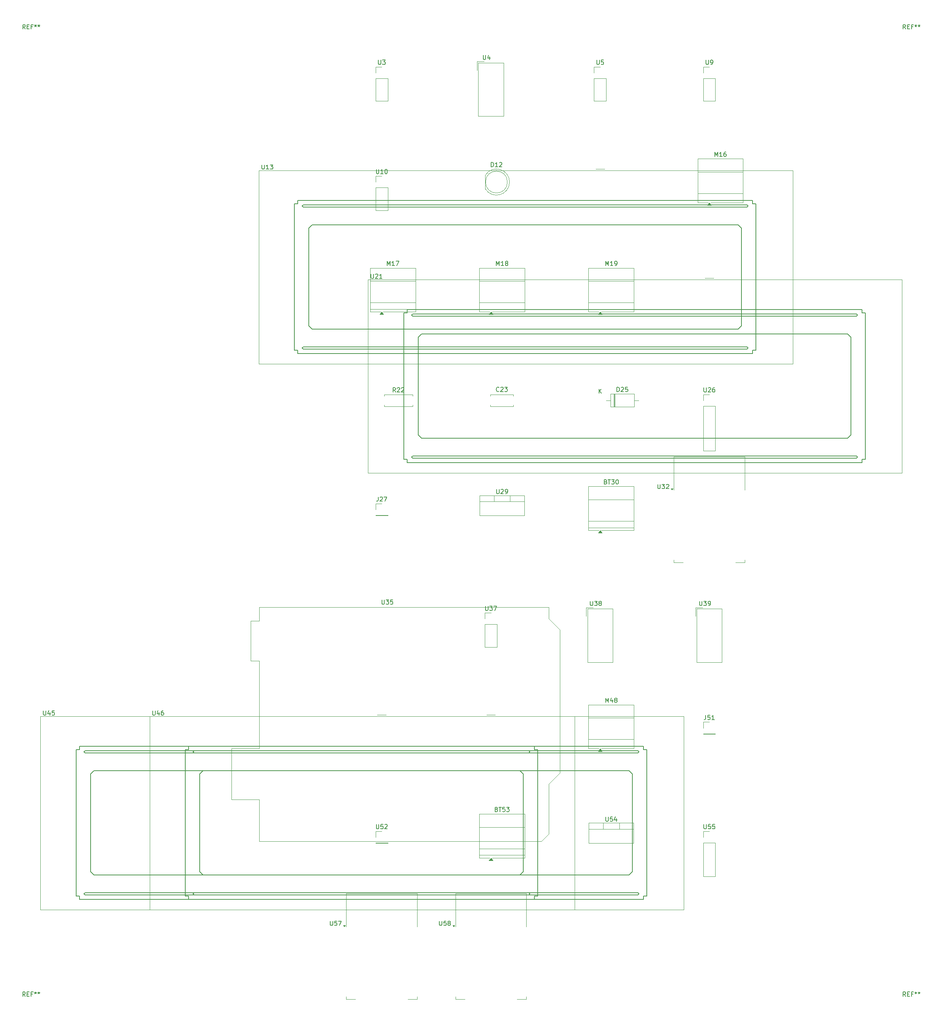
<source format=gto>
%TF.GenerationSoftware,KiCad,Pcbnew,9.0.7*%
%TF.CreationDate,2026-02-17T01:20:27+05:30*%
%TF.ProjectId,design,64657369-676e-42e6-9b69-6361645f7063,rev?*%
%TF.SameCoordinates,Original*%
%TF.FileFunction,Legend,Top*%
%TF.FilePolarity,Positive*%
%FSLAX46Y46*%
G04 Gerber Fmt 4.6, Leading zero omitted, Abs format (unit mm)*
G04 Created by KiCad (PCBNEW 9.0.7) date 2026-02-17 01:20:27*
%MOMM*%
%LPD*%
G01*
G04 APERTURE LIST*
%ADD10C,0.150000*%
%ADD11C,0.120000*%
G04 APERTURE END LIST*
D10*
X123761905Y-222074819D02*
X123761905Y-222884342D01*
X123761905Y-222884342D02*
X123809524Y-222979580D01*
X123809524Y-222979580D02*
X123857143Y-223027200D01*
X123857143Y-223027200D02*
X123952381Y-223074819D01*
X123952381Y-223074819D02*
X124142857Y-223074819D01*
X124142857Y-223074819D02*
X124238095Y-223027200D01*
X124238095Y-223027200D02*
X124285714Y-222979580D01*
X124285714Y-222979580D02*
X124333333Y-222884342D01*
X124333333Y-222884342D02*
X124333333Y-222074819D01*
X125285714Y-222074819D02*
X124809524Y-222074819D01*
X124809524Y-222074819D02*
X124761905Y-222551009D01*
X124761905Y-222551009D02*
X124809524Y-222503390D01*
X124809524Y-222503390D02*
X124904762Y-222455771D01*
X124904762Y-222455771D02*
X125142857Y-222455771D01*
X125142857Y-222455771D02*
X125238095Y-222503390D01*
X125238095Y-222503390D02*
X125285714Y-222551009D01*
X125285714Y-222551009D02*
X125333333Y-222646247D01*
X125333333Y-222646247D02*
X125333333Y-222884342D01*
X125333333Y-222884342D02*
X125285714Y-222979580D01*
X125285714Y-222979580D02*
X125238095Y-223027200D01*
X125238095Y-223027200D02*
X125142857Y-223074819D01*
X125142857Y-223074819D02*
X124904762Y-223074819D01*
X124904762Y-223074819D02*
X124809524Y-223027200D01*
X124809524Y-223027200D02*
X124761905Y-222979580D01*
X126238095Y-222074819D02*
X125761905Y-222074819D01*
X125761905Y-222074819D02*
X125714286Y-222551009D01*
X125714286Y-222551009D02*
X125761905Y-222503390D01*
X125761905Y-222503390D02*
X125857143Y-222455771D01*
X125857143Y-222455771D02*
X126095238Y-222455771D01*
X126095238Y-222455771D02*
X126190476Y-222503390D01*
X126190476Y-222503390D02*
X126238095Y-222551009D01*
X126238095Y-222551009D02*
X126285714Y-222646247D01*
X126285714Y-222646247D02*
X126285714Y-222884342D01*
X126285714Y-222884342D02*
X126238095Y-222979580D01*
X126238095Y-222979580D02*
X126190476Y-223027200D01*
X126190476Y-223027200D02*
X126095238Y-223074819D01*
X126095238Y-223074819D02*
X125857143Y-223074819D01*
X125857143Y-223074819D02*
X125761905Y-223027200D01*
X125761905Y-223027200D02*
X125714286Y-222979580D01*
X63201905Y-244194819D02*
X63201905Y-245004342D01*
X63201905Y-245004342D02*
X63249524Y-245099580D01*
X63249524Y-245099580D02*
X63297143Y-245147200D01*
X63297143Y-245147200D02*
X63392381Y-245194819D01*
X63392381Y-245194819D02*
X63582857Y-245194819D01*
X63582857Y-245194819D02*
X63678095Y-245147200D01*
X63678095Y-245147200D02*
X63725714Y-245099580D01*
X63725714Y-245099580D02*
X63773333Y-245004342D01*
X63773333Y-245004342D02*
X63773333Y-244194819D01*
X64725714Y-244194819D02*
X64249524Y-244194819D01*
X64249524Y-244194819D02*
X64201905Y-244671009D01*
X64201905Y-244671009D02*
X64249524Y-244623390D01*
X64249524Y-244623390D02*
X64344762Y-244575771D01*
X64344762Y-244575771D02*
X64582857Y-244575771D01*
X64582857Y-244575771D02*
X64678095Y-244623390D01*
X64678095Y-244623390D02*
X64725714Y-244671009D01*
X64725714Y-244671009D02*
X64773333Y-244766247D01*
X64773333Y-244766247D02*
X64773333Y-245004342D01*
X64773333Y-245004342D02*
X64725714Y-245099580D01*
X64725714Y-245099580D02*
X64678095Y-245147200D01*
X64678095Y-245147200D02*
X64582857Y-245194819D01*
X64582857Y-245194819D02*
X64344762Y-245194819D01*
X64344762Y-245194819D02*
X64249524Y-245147200D01*
X64249524Y-245147200D02*
X64201905Y-245099580D01*
X65344762Y-244623390D02*
X65249524Y-244575771D01*
X65249524Y-244575771D02*
X65201905Y-244528152D01*
X65201905Y-244528152D02*
X65154286Y-244432914D01*
X65154286Y-244432914D02*
X65154286Y-244385295D01*
X65154286Y-244385295D02*
X65201905Y-244290057D01*
X65201905Y-244290057D02*
X65249524Y-244242438D01*
X65249524Y-244242438D02*
X65344762Y-244194819D01*
X65344762Y-244194819D02*
X65535238Y-244194819D01*
X65535238Y-244194819D02*
X65630476Y-244242438D01*
X65630476Y-244242438D02*
X65678095Y-244290057D01*
X65678095Y-244290057D02*
X65725714Y-244385295D01*
X65725714Y-244385295D02*
X65725714Y-244432914D01*
X65725714Y-244432914D02*
X65678095Y-244528152D01*
X65678095Y-244528152D02*
X65630476Y-244575771D01*
X65630476Y-244575771D02*
X65535238Y-244623390D01*
X65535238Y-244623390D02*
X65344762Y-244623390D01*
X65344762Y-244623390D02*
X65249524Y-244671009D01*
X65249524Y-244671009D02*
X65201905Y-244718628D01*
X65201905Y-244718628D02*
X65154286Y-244813866D01*
X65154286Y-244813866D02*
X65154286Y-245004342D01*
X65154286Y-245004342D02*
X65201905Y-245099580D01*
X65201905Y-245099580D02*
X65249524Y-245147200D01*
X65249524Y-245147200D02*
X65344762Y-245194819D01*
X65344762Y-245194819D02*
X65535238Y-245194819D01*
X65535238Y-245194819D02*
X65630476Y-245147200D01*
X65630476Y-245147200D02*
X65678095Y-245099580D01*
X65678095Y-245099580D02*
X65725714Y-245004342D01*
X65725714Y-245004342D02*
X65725714Y-244813866D01*
X65725714Y-244813866D02*
X65678095Y-244718628D01*
X65678095Y-244718628D02*
X65630476Y-244671009D01*
X65630476Y-244671009D02*
X65535238Y-244623390D01*
X76254286Y-94134819D02*
X76254286Y-93134819D01*
X76254286Y-93134819D02*
X76587619Y-93849104D01*
X76587619Y-93849104D02*
X76920952Y-93134819D01*
X76920952Y-93134819D02*
X76920952Y-94134819D01*
X77920952Y-94134819D02*
X77349524Y-94134819D01*
X77635238Y-94134819D02*
X77635238Y-93134819D01*
X77635238Y-93134819D02*
X77540000Y-93277676D01*
X77540000Y-93277676D02*
X77444762Y-93372914D01*
X77444762Y-93372914D02*
X77349524Y-93420533D01*
X78492381Y-93563390D02*
X78397143Y-93515771D01*
X78397143Y-93515771D02*
X78349524Y-93468152D01*
X78349524Y-93468152D02*
X78301905Y-93372914D01*
X78301905Y-93372914D02*
X78301905Y-93325295D01*
X78301905Y-93325295D02*
X78349524Y-93230057D01*
X78349524Y-93230057D02*
X78397143Y-93182438D01*
X78397143Y-93182438D02*
X78492381Y-93134819D01*
X78492381Y-93134819D02*
X78682857Y-93134819D01*
X78682857Y-93134819D02*
X78778095Y-93182438D01*
X78778095Y-93182438D02*
X78825714Y-93230057D01*
X78825714Y-93230057D02*
X78873333Y-93325295D01*
X78873333Y-93325295D02*
X78873333Y-93372914D01*
X78873333Y-93372914D02*
X78825714Y-93468152D01*
X78825714Y-93468152D02*
X78778095Y-93515771D01*
X78778095Y-93515771D02*
X78682857Y-93563390D01*
X78682857Y-93563390D02*
X78492381Y-93563390D01*
X78492381Y-93563390D02*
X78397143Y-93611009D01*
X78397143Y-93611009D02*
X78349524Y-93658628D01*
X78349524Y-93658628D02*
X78301905Y-93753866D01*
X78301905Y-93753866D02*
X78301905Y-93944342D01*
X78301905Y-93944342D02*
X78349524Y-94039580D01*
X78349524Y-94039580D02*
X78397143Y-94087200D01*
X78397143Y-94087200D02*
X78492381Y-94134819D01*
X78492381Y-94134819D02*
X78682857Y-94134819D01*
X78682857Y-94134819D02*
X78778095Y-94087200D01*
X78778095Y-94087200D02*
X78825714Y-94039580D01*
X78825714Y-94039580D02*
X78873333Y-93944342D01*
X78873333Y-93944342D02*
X78873333Y-93753866D01*
X78873333Y-93753866D02*
X78825714Y-93658628D01*
X78825714Y-93658628D02*
X78778095Y-93611009D01*
X78778095Y-93611009D02*
X78682857Y-93563390D01*
X113201905Y-144194819D02*
X113201905Y-145004342D01*
X113201905Y-145004342D02*
X113249524Y-145099580D01*
X113249524Y-145099580D02*
X113297143Y-145147200D01*
X113297143Y-145147200D02*
X113392381Y-145194819D01*
X113392381Y-145194819D02*
X113582857Y-145194819D01*
X113582857Y-145194819D02*
X113678095Y-145147200D01*
X113678095Y-145147200D02*
X113725714Y-145099580D01*
X113725714Y-145099580D02*
X113773333Y-145004342D01*
X113773333Y-145004342D02*
X113773333Y-144194819D01*
X114154286Y-144194819D02*
X114773333Y-144194819D01*
X114773333Y-144194819D02*
X114440000Y-144575771D01*
X114440000Y-144575771D02*
X114582857Y-144575771D01*
X114582857Y-144575771D02*
X114678095Y-144623390D01*
X114678095Y-144623390D02*
X114725714Y-144671009D01*
X114725714Y-144671009D02*
X114773333Y-144766247D01*
X114773333Y-144766247D02*
X114773333Y-145004342D01*
X114773333Y-145004342D02*
X114725714Y-145099580D01*
X114725714Y-145099580D02*
X114678095Y-145147200D01*
X114678095Y-145147200D02*
X114582857Y-145194819D01*
X114582857Y-145194819D02*
X114297143Y-145194819D01*
X114297143Y-145194819D02*
X114201905Y-145147200D01*
X114201905Y-145147200D02*
X114154286Y-145099580D01*
X115154286Y-144290057D02*
X115201905Y-144242438D01*
X115201905Y-144242438D02*
X115297143Y-144194819D01*
X115297143Y-144194819D02*
X115535238Y-144194819D01*
X115535238Y-144194819D02*
X115630476Y-144242438D01*
X115630476Y-144242438D02*
X115678095Y-144290057D01*
X115678095Y-144290057D02*
X115725714Y-144385295D01*
X115725714Y-144385295D02*
X115725714Y-144480533D01*
X115725714Y-144480533D02*
X115678095Y-144623390D01*
X115678095Y-144623390D02*
X115106667Y-145194819D01*
X115106667Y-145194819D02*
X115725714Y-145194819D01*
X48761905Y-72074819D02*
X48761905Y-72884342D01*
X48761905Y-72884342D02*
X48809524Y-72979580D01*
X48809524Y-72979580D02*
X48857143Y-73027200D01*
X48857143Y-73027200D02*
X48952381Y-73074819D01*
X48952381Y-73074819D02*
X49142857Y-73074819D01*
X49142857Y-73074819D02*
X49238095Y-73027200D01*
X49238095Y-73027200D02*
X49285714Y-72979580D01*
X49285714Y-72979580D02*
X49333333Y-72884342D01*
X49333333Y-72884342D02*
X49333333Y-72074819D01*
X50333333Y-73074819D02*
X49761905Y-73074819D01*
X50047619Y-73074819D02*
X50047619Y-72074819D01*
X50047619Y-72074819D02*
X49952381Y-72217676D01*
X49952381Y-72217676D02*
X49857143Y-72312914D01*
X49857143Y-72312914D02*
X49761905Y-72360533D01*
X50952381Y-72074819D02*
X51047619Y-72074819D01*
X51047619Y-72074819D02*
X51142857Y-72122438D01*
X51142857Y-72122438D02*
X51190476Y-72170057D01*
X51190476Y-72170057D02*
X51238095Y-72265295D01*
X51238095Y-72265295D02*
X51285714Y-72455771D01*
X51285714Y-72455771D02*
X51285714Y-72693866D01*
X51285714Y-72693866D02*
X51238095Y-72884342D01*
X51238095Y-72884342D02*
X51190476Y-72979580D01*
X51190476Y-72979580D02*
X51142857Y-73027200D01*
X51142857Y-73027200D02*
X51047619Y-73074819D01*
X51047619Y-73074819D02*
X50952381Y-73074819D01*
X50952381Y-73074819D02*
X50857143Y-73027200D01*
X50857143Y-73027200D02*
X50809524Y-72979580D01*
X50809524Y-72979580D02*
X50761905Y-72884342D01*
X50761905Y-72884342D02*
X50714286Y-72693866D01*
X50714286Y-72693866D02*
X50714286Y-72455771D01*
X50714286Y-72455771D02*
X50761905Y-72265295D01*
X50761905Y-72265295D02*
X50809524Y-72170057D01*
X50809524Y-72170057D02*
X50857143Y-72122438D01*
X50857143Y-72122438D02*
X50952381Y-72074819D01*
X-31608333Y-39956569D02*
X-31941666Y-39480378D01*
X-32179761Y-39956569D02*
X-32179761Y-38956569D01*
X-32179761Y-38956569D02*
X-31798809Y-38956569D01*
X-31798809Y-38956569D02*
X-31703571Y-39004188D01*
X-31703571Y-39004188D02*
X-31655952Y-39051807D01*
X-31655952Y-39051807D02*
X-31608333Y-39147045D01*
X-31608333Y-39147045D02*
X-31608333Y-39289902D01*
X-31608333Y-39289902D02*
X-31655952Y-39385140D01*
X-31655952Y-39385140D02*
X-31703571Y-39432759D01*
X-31703571Y-39432759D02*
X-31798809Y-39480378D01*
X-31798809Y-39480378D02*
X-32179761Y-39480378D01*
X-31179761Y-39432759D02*
X-30846428Y-39432759D01*
X-30703571Y-39956569D02*
X-31179761Y-39956569D01*
X-31179761Y-39956569D02*
X-31179761Y-38956569D01*
X-31179761Y-38956569D02*
X-30703571Y-38956569D01*
X-29941666Y-39432759D02*
X-30274999Y-39432759D01*
X-30274999Y-39956569D02*
X-30274999Y-38956569D01*
X-30274999Y-38956569D02*
X-29798809Y-38956569D01*
X-29274999Y-38956569D02*
X-29274999Y-39194664D01*
X-29513094Y-39099426D02*
X-29274999Y-39194664D01*
X-29274999Y-39194664D02*
X-29036904Y-39099426D01*
X-29417856Y-39385140D02*
X-29274999Y-39194664D01*
X-29274999Y-39194664D02*
X-29132142Y-39385140D01*
X-28513094Y-38956569D02*
X-28513094Y-39194664D01*
X-28751189Y-39099426D02*
X-28513094Y-39194664D01*
X-28513094Y-39194664D02*
X-28274999Y-39099426D01*
X-28655951Y-39385140D02*
X-28513094Y-39194664D01*
X-28513094Y-39194664D02*
X-28370237Y-39385140D01*
X101254286Y-94134819D02*
X101254286Y-93134819D01*
X101254286Y-93134819D02*
X101587619Y-93849104D01*
X101587619Y-93849104D02*
X101920952Y-93134819D01*
X101920952Y-93134819D02*
X101920952Y-94134819D01*
X102920952Y-94134819D02*
X102349524Y-94134819D01*
X102635238Y-94134819D02*
X102635238Y-93134819D01*
X102635238Y-93134819D02*
X102540000Y-93277676D01*
X102540000Y-93277676D02*
X102444762Y-93372914D01*
X102444762Y-93372914D02*
X102349524Y-93420533D01*
X103397143Y-94134819D02*
X103587619Y-94134819D01*
X103587619Y-94134819D02*
X103682857Y-94087200D01*
X103682857Y-94087200D02*
X103730476Y-94039580D01*
X103730476Y-94039580D02*
X103825714Y-93896723D01*
X103825714Y-93896723D02*
X103873333Y-93706247D01*
X103873333Y-93706247D02*
X103873333Y-93325295D01*
X103873333Y-93325295D02*
X103825714Y-93230057D01*
X103825714Y-93230057D02*
X103778095Y-93182438D01*
X103778095Y-93182438D02*
X103682857Y-93134819D01*
X103682857Y-93134819D02*
X103492381Y-93134819D01*
X103492381Y-93134819D02*
X103397143Y-93182438D01*
X103397143Y-93182438D02*
X103349524Y-93230057D01*
X103349524Y-93230057D02*
X103301905Y-93325295D01*
X103301905Y-93325295D02*
X103301905Y-93563390D01*
X103301905Y-93563390D02*
X103349524Y-93658628D01*
X103349524Y-93658628D02*
X103397143Y-93706247D01*
X103397143Y-93706247D02*
X103492381Y-93753866D01*
X103492381Y-93753866D02*
X103682857Y-93753866D01*
X103682857Y-93753866D02*
X103778095Y-93706247D01*
X103778095Y-93706247D02*
X103825714Y-93658628D01*
X103825714Y-93658628D02*
X103873333Y-93563390D01*
X101301905Y-220354819D02*
X101301905Y-221164342D01*
X101301905Y-221164342D02*
X101349524Y-221259580D01*
X101349524Y-221259580D02*
X101397143Y-221307200D01*
X101397143Y-221307200D02*
X101492381Y-221354819D01*
X101492381Y-221354819D02*
X101682857Y-221354819D01*
X101682857Y-221354819D02*
X101778095Y-221307200D01*
X101778095Y-221307200D02*
X101825714Y-221259580D01*
X101825714Y-221259580D02*
X101873333Y-221164342D01*
X101873333Y-221164342D02*
X101873333Y-220354819D01*
X102825714Y-220354819D02*
X102349524Y-220354819D01*
X102349524Y-220354819D02*
X102301905Y-220831009D01*
X102301905Y-220831009D02*
X102349524Y-220783390D01*
X102349524Y-220783390D02*
X102444762Y-220735771D01*
X102444762Y-220735771D02*
X102682857Y-220735771D01*
X102682857Y-220735771D02*
X102778095Y-220783390D01*
X102778095Y-220783390D02*
X102825714Y-220831009D01*
X102825714Y-220831009D02*
X102873333Y-220926247D01*
X102873333Y-220926247D02*
X102873333Y-221164342D01*
X102873333Y-221164342D02*
X102825714Y-221259580D01*
X102825714Y-221259580D02*
X102778095Y-221307200D01*
X102778095Y-221307200D02*
X102682857Y-221354819D01*
X102682857Y-221354819D02*
X102444762Y-221354819D01*
X102444762Y-221354819D02*
X102349524Y-221307200D01*
X102349524Y-221307200D02*
X102301905Y-221259580D01*
X103730476Y-220688152D02*
X103730476Y-221354819D01*
X103492381Y-220307200D02*
X103254286Y-221021485D01*
X103254286Y-221021485D02*
X103873333Y-221021485D01*
X122761905Y-170954819D02*
X122761905Y-171764342D01*
X122761905Y-171764342D02*
X122809524Y-171859580D01*
X122809524Y-171859580D02*
X122857143Y-171907200D01*
X122857143Y-171907200D02*
X122952381Y-171954819D01*
X122952381Y-171954819D02*
X123142857Y-171954819D01*
X123142857Y-171954819D02*
X123238095Y-171907200D01*
X123238095Y-171907200D02*
X123285714Y-171859580D01*
X123285714Y-171859580D02*
X123333333Y-171764342D01*
X123333333Y-171764342D02*
X123333333Y-170954819D01*
X123714286Y-170954819D02*
X124333333Y-170954819D01*
X124333333Y-170954819D02*
X124000000Y-171335771D01*
X124000000Y-171335771D02*
X124142857Y-171335771D01*
X124142857Y-171335771D02*
X124238095Y-171383390D01*
X124238095Y-171383390D02*
X124285714Y-171431009D01*
X124285714Y-171431009D02*
X124333333Y-171526247D01*
X124333333Y-171526247D02*
X124333333Y-171764342D01*
X124333333Y-171764342D02*
X124285714Y-171859580D01*
X124285714Y-171859580D02*
X124238095Y-171907200D01*
X124238095Y-171907200D02*
X124142857Y-171954819D01*
X124142857Y-171954819D02*
X123857143Y-171954819D01*
X123857143Y-171954819D02*
X123761905Y-171907200D01*
X123761905Y-171907200D02*
X123714286Y-171859580D01*
X124809524Y-171954819D02*
X125000000Y-171954819D01*
X125000000Y-171954819D02*
X125095238Y-171907200D01*
X125095238Y-171907200D02*
X125142857Y-171859580D01*
X125142857Y-171859580D02*
X125238095Y-171716723D01*
X125238095Y-171716723D02*
X125285714Y-171526247D01*
X125285714Y-171526247D02*
X125285714Y-171145295D01*
X125285714Y-171145295D02*
X125238095Y-171050057D01*
X125238095Y-171050057D02*
X125190476Y-171002438D01*
X125190476Y-171002438D02*
X125095238Y-170954819D01*
X125095238Y-170954819D02*
X124904762Y-170954819D01*
X124904762Y-170954819D02*
X124809524Y-171002438D01*
X124809524Y-171002438D02*
X124761905Y-171050057D01*
X124761905Y-171050057D02*
X124714286Y-171145295D01*
X124714286Y-171145295D02*
X124714286Y-171383390D01*
X124714286Y-171383390D02*
X124761905Y-171478628D01*
X124761905Y-171478628D02*
X124809524Y-171526247D01*
X124809524Y-171526247D02*
X124904762Y-171573866D01*
X124904762Y-171573866D02*
X125095238Y-171573866D01*
X125095238Y-171573866D02*
X125190476Y-171526247D01*
X125190476Y-171526247D02*
X125238095Y-171478628D01*
X125238095Y-171478628D02*
X125285714Y-171383390D01*
X126254286Y-69134819D02*
X126254286Y-68134819D01*
X126254286Y-68134819D02*
X126587619Y-68849104D01*
X126587619Y-68849104D02*
X126920952Y-68134819D01*
X126920952Y-68134819D02*
X126920952Y-69134819D01*
X127920952Y-69134819D02*
X127349524Y-69134819D01*
X127635238Y-69134819D02*
X127635238Y-68134819D01*
X127635238Y-68134819D02*
X127540000Y-68277676D01*
X127540000Y-68277676D02*
X127444762Y-68372914D01*
X127444762Y-68372914D02*
X127349524Y-68420533D01*
X128778095Y-68134819D02*
X128587619Y-68134819D01*
X128587619Y-68134819D02*
X128492381Y-68182438D01*
X128492381Y-68182438D02*
X128444762Y-68230057D01*
X128444762Y-68230057D02*
X128349524Y-68372914D01*
X128349524Y-68372914D02*
X128301905Y-68563390D01*
X128301905Y-68563390D02*
X128301905Y-68944342D01*
X128301905Y-68944342D02*
X128349524Y-69039580D01*
X128349524Y-69039580D02*
X128397143Y-69087200D01*
X128397143Y-69087200D02*
X128492381Y-69134819D01*
X128492381Y-69134819D02*
X128682857Y-69134819D01*
X128682857Y-69134819D02*
X128778095Y-69087200D01*
X128778095Y-69087200D02*
X128825714Y-69039580D01*
X128825714Y-69039580D02*
X128873333Y-68944342D01*
X128873333Y-68944342D02*
X128873333Y-68706247D01*
X128873333Y-68706247D02*
X128825714Y-68611009D01*
X128825714Y-68611009D02*
X128778095Y-68563390D01*
X128778095Y-68563390D02*
X128682857Y-68515771D01*
X128682857Y-68515771D02*
X128492381Y-68515771D01*
X128492381Y-68515771D02*
X128397143Y-68563390D01*
X128397143Y-68563390D02*
X128349524Y-68611009D01*
X128349524Y-68611009D02*
X128301905Y-68706247D01*
X48761905Y-222074819D02*
X48761905Y-222884342D01*
X48761905Y-222884342D02*
X48809524Y-222979580D01*
X48809524Y-222979580D02*
X48857143Y-223027200D01*
X48857143Y-223027200D02*
X48952381Y-223074819D01*
X48952381Y-223074819D02*
X49142857Y-223074819D01*
X49142857Y-223074819D02*
X49238095Y-223027200D01*
X49238095Y-223027200D02*
X49285714Y-222979580D01*
X49285714Y-222979580D02*
X49333333Y-222884342D01*
X49333333Y-222884342D02*
X49333333Y-222074819D01*
X50285714Y-222074819D02*
X49809524Y-222074819D01*
X49809524Y-222074819D02*
X49761905Y-222551009D01*
X49761905Y-222551009D02*
X49809524Y-222503390D01*
X49809524Y-222503390D02*
X49904762Y-222455771D01*
X49904762Y-222455771D02*
X50142857Y-222455771D01*
X50142857Y-222455771D02*
X50238095Y-222503390D01*
X50238095Y-222503390D02*
X50285714Y-222551009D01*
X50285714Y-222551009D02*
X50333333Y-222646247D01*
X50333333Y-222646247D02*
X50333333Y-222884342D01*
X50333333Y-222884342D02*
X50285714Y-222979580D01*
X50285714Y-222979580D02*
X50238095Y-223027200D01*
X50238095Y-223027200D02*
X50142857Y-223074819D01*
X50142857Y-223074819D02*
X49904762Y-223074819D01*
X49904762Y-223074819D02*
X49809524Y-223027200D01*
X49809524Y-223027200D02*
X49761905Y-222979580D01*
X50714286Y-222170057D02*
X50761905Y-222122438D01*
X50761905Y-222122438D02*
X50857143Y-222074819D01*
X50857143Y-222074819D02*
X51095238Y-222074819D01*
X51095238Y-222074819D02*
X51190476Y-222122438D01*
X51190476Y-222122438D02*
X51238095Y-222170057D01*
X51238095Y-222170057D02*
X51285714Y-222265295D01*
X51285714Y-222265295D02*
X51285714Y-222360533D01*
X51285714Y-222360533D02*
X51238095Y-222503390D01*
X51238095Y-222503390D02*
X50666667Y-223074819D01*
X50666667Y-223074819D02*
X51285714Y-223074819D01*
X123761905Y-122074819D02*
X123761905Y-122884342D01*
X123761905Y-122884342D02*
X123809524Y-122979580D01*
X123809524Y-122979580D02*
X123857143Y-123027200D01*
X123857143Y-123027200D02*
X123952381Y-123074819D01*
X123952381Y-123074819D02*
X124142857Y-123074819D01*
X124142857Y-123074819D02*
X124238095Y-123027200D01*
X124238095Y-123027200D02*
X124285714Y-122979580D01*
X124285714Y-122979580D02*
X124333333Y-122884342D01*
X124333333Y-122884342D02*
X124333333Y-122074819D01*
X124761905Y-122170057D02*
X124809524Y-122122438D01*
X124809524Y-122122438D02*
X124904762Y-122074819D01*
X124904762Y-122074819D02*
X125142857Y-122074819D01*
X125142857Y-122074819D02*
X125238095Y-122122438D01*
X125238095Y-122122438D02*
X125285714Y-122170057D01*
X125285714Y-122170057D02*
X125333333Y-122265295D01*
X125333333Y-122265295D02*
X125333333Y-122360533D01*
X125333333Y-122360533D02*
X125285714Y-122503390D01*
X125285714Y-122503390D02*
X124714286Y-123074819D01*
X124714286Y-123074819D02*
X125333333Y-123074819D01*
X126190476Y-122074819D02*
X126000000Y-122074819D01*
X126000000Y-122074819D02*
X125904762Y-122122438D01*
X125904762Y-122122438D02*
X125857143Y-122170057D01*
X125857143Y-122170057D02*
X125761905Y-122312914D01*
X125761905Y-122312914D02*
X125714286Y-122503390D01*
X125714286Y-122503390D02*
X125714286Y-122884342D01*
X125714286Y-122884342D02*
X125761905Y-122979580D01*
X125761905Y-122979580D02*
X125809524Y-123027200D01*
X125809524Y-123027200D02*
X125904762Y-123074819D01*
X125904762Y-123074819D02*
X126095238Y-123074819D01*
X126095238Y-123074819D02*
X126190476Y-123027200D01*
X126190476Y-123027200D02*
X126238095Y-122979580D01*
X126238095Y-122979580D02*
X126285714Y-122884342D01*
X126285714Y-122884342D02*
X126285714Y-122646247D01*
X126285714Y-122646247D02*
X126238095Y-122551009D01*
X126238095Y-122551009D02*
X126190476Y-122503390D01*
X126190476Y-122503390D02*
X126095238Y-122455771D01*
X126095238Y-122455771D02*
X125904762Y-122455771D01*
X125904762Y-122455771D02*
X125809524Y-122503390D01*
X125809524Y-122503390D02*
X125761905Y-122551009D01*
X125761905Y-122551009D02*
X125714286Y-122646247D01*
X50031905Y-170644819D02*
X50031905Y-171454342D01*
X50031905Y-171454342D02*
X50079524Y-171549580D01*
X50079524Y-171549580D02*
X50127143Y-171597200D01*
X50127143Y-171597200D02*
X50222381Y-171644819D01*
X50222381Y-171644819D02*
X50412857Y-171644819D01*
X50412857Y-171644819D02*
X50508095Y-171597200D01*
X50508095Y-171597200D02*
X50555714Y-171549580D01*
X50555714Y-171549580D02*
X50603333Y-171454342D01*
X50603333Y-171454342D02*
X50603333Y-170644819D01*
X50984286Y-170644819D02*
X51603333Y-170644819D01*
X51603333Y-170644819D02*
X51270000Y-171025771D01*
X51270000Y-171025771D02*
X51412857Y-171025771D01*
X51412857Y-171025771D02*
X51508095Y-171073390D01*
X51508095Y-171073390D02*
X51555714Y-171121009D01*
X51555714Y-171121009D02*
X51603333Y-171216247D01*
X51603333Y-171216247D02*
X51603333Y-171454342D01*
X51603333Y-171454342D02*
X51555714Y-171549580D01*
X51555714Y-171549580D02*
X51508095Y-171597200D01*
X51508095Y-171597200D02*
X51412857Y-171644819D01*
X51412857Y-171644819D02*
X51127143Y-171644819D01*
X51127143Y-171644819D02*
X51031905Y-171597200D01*
X51031905Y-171597200D02*
X50984286Y-171549580D01*
X52508095Y-170644819D02*
X52031905Y-170644819D01*
X52031905Y-170644819D02*
X51984286Y-171121009D01*
X51984286Y-171121009D02*
X52031905Y-171073390D01*
X52031905Y-171073390D02*
X52127143Y-171025771D01*
X52127143Y-171025771D02*
X52365238Y-171025771D01*
X52365238Y-171025771D02*
X52460476Y-171073390D01*
X52460476Y-171073390D02*
X52508095Y-171121009D01*
X52508095Y-171121009D02*
X52555714Y-171216247D01*
X52555714Y-171216247D02*
X52555714Y-171454342D01*
X52555714Y-171454342D02*
X52508095Y-171549580D01*
X52508095Y-171549580D02*
X52460476Y-171597200D01*
X52460476Y-171597200D02*
X52365238Y-171644819D01*
X52365238Y-171644819D02*
X52127143Y-171644819D01*
X52127143Y-171644819D02*
X52031905Y-171597200D01*
X52031905Y-171597200D02*
X51984286Y-171549580D01*
X76278095Y-218611009D02*
X76420952Y-218658628D01*
X76420952Y-218658628D02*
X76468571Y-218706247D01*
X76468571Y-218706247D02*
X76516190Y-218801485D01*
X76516190Y-218801485D02*
X76516190Y-218944342D01*
X76516190Y-218944342D02*
X76468571Y-219039580D01*
X76468571Y-219039580D02*
X76420952Y-219087200D01*
X76420952Y-219087200D02*
X76325714Y-219134819D01*
X76325714Y-219134819D02*
X75944762Y-219134819D01*
X75944762Y-219134819D02*
X75944762Y-218134819D01*
X75944762Y-218134819D02*
X76278095Y-218134819D01*
X76278095Y-218134819D02*
X76373333Y-218182438D01*
X76373333Y-218182438D02*
X76420952Y-218230057D01*
X76420952Y-218230057D02*
X76468571Y-218325295D01*
X76468571Y-218325295D02*
X76468571Y-218420533D01*
X76468571Y-218420533D02*
X76420952Y-218515771D01*
X76420952Y-218515771D02*
X76373333Y-218563390D01*
X76373333Y-218563390D02*
X76278095Y-218611009D01*
X76278095Y-218611009D02*
X75944762Y-218611009D01*
X76801905Y-218134819D02*
X77373333Y-218134819D01*
X77087619Y-219134819D02*
X77087619Y-218134819D01*
X78182857Y-218134819D02*
X77706667Y-218134819D01*
X77706667Y-218134819D02*
X77659048Y-218611009D01*
X77659048Y-218611009D02*
X77706667Y-218563390D01*
X77706667Y-218563390D02*
X77801905Y-218515771D01*
X77801905Y-218515771D02*
X78040000Y-218515771D01*
X78040000Y-218515771D02*
X78135238Y-218563390D01*
X78135238Y-218563390D02*
X78182857Y-218611009D01*
X78182857Y-218611009D02*
X78230476Y-218706247D01*
X78230476Y-218706247D02*
X78230476Y-218944342D01*
X78230476Y-218944342D02*
X78182857Y-219039580D01*
X78182857Y-219039580D02*
X78135238Y-219087200D01*
X78135238Y-219087200D02*
X78040000Y-219134819D01*
X78040000Y-219134819D02*
X77801905Y-219134819D01*
X77801905Y-219134819D02*
X77706667Y-219087200D01*
X77706667Y-219087200D02*
X77659048Y-219039580D01*
X78563810Y-218134819D02*
X79182857Y-218134819D01*
X79182857Y-218134819D02*
X78849524Y-218515771D01*
X78849524Y-218515771D02*
X78992381Y-218515771D01*
X78992381Y-218515771D02*
X79087619Y-218563390D01*
X79087619Y-218563390D02*
X79135238Y-218611009D01*
X79135238Y-218611009D02*
X79182857Y-218706247D01*
X79182857Y-218706247D02*
X79182857Y-218944342D01*
X79182857Y-218944342D02*
X79135238Y-219039580D01*
X79135238Y-219039580D02*
X79087619Y-219087200D01*
X79087619Y-219087200D02*
X78992381Y-219134819D01*
X78992381Y-219134819D02*
X78706667Y-219134819D01*
X78706667Y-219134819D02*
X78611429Y-219087200D01*
X78611429Y-219087200D02*
X78563810Y-219039580D01*
X49238095Y-47074819D02*
X49238095Y-47884342D01*
X49238095Y-47884342D02*
X49285714Y-47979580D01*
X49285714Y-47979580D02*
X49333333Y-48027200D01*
X49333333Y-48027200D02*
X49428571Y-48074819D01*
X49428571Y-48074819D02*
X49619047Y-48074819D01*
X49619047Y-48074819D02*
X49714285Y-48027200D01*
X49714285Y-48027200D02*
X49761904Y-47979580D01*
X49761904Y-47979580D02*
X49809523Y-47884342D01*
X49809523Y-47884342D02*
X49809523Y-47074819D01*
X50190476Y-47074819D02*
X50809523Y-47074819D01*
X50809523Y-47074819D02*
X50476190Y-47455771D01*
X50476190Y-47455771D02*
X50619047Y-47455771D01*
X50619047Y-47455771D02*
X50714285Y-47503390D01*
X50714285Y-47503390D02*
X50761904Y-47551009D01*
X50761904Y-47551009D02*
X50809523Y-47646247D01*
X50809523Y-47646247D02*
X50809523Y-47884342D01*
X50809523Y-47884342D02*
X50761904Y-47979580D01*
X50761904Y-47979580D02*
X50714285Y-48027200D01*
X50714285Y-48027200D02*
X50619047Y-48074819D01*
X50619047Y-48074819D02*
X50333333Y-48074819D01*
X50333333Y-48074819D02*
X50238095Y-48027200D01*
X50238095Y-48027200D02*
X50190476Y-47979580D01*
X97761905Y-170954819D02*
X97761905Y-171764342D01*
X97761905Y-171764342D02*
X97809524Y-171859580D01*
X97809524Y-171859580D02*
X97857143Y-171907200D01*
X97857143Y-171907200D02*
X97952381Y-171954819D01*
X97952381Y-171954819D02*
X98142857Y-171954819D01*
X98142857Y-171954819D02*
X98238095Y-171907200D01*
X98238095Y-171907200D02*
X98285714Y-171859580D01*
X98285714Y-171859580D02*
X98333333Y-171764342D01*
X98333333Y-171764342D02*
X98333333Y-170954819D01*
X98714286Y-170954819D02*
X99333333Y-170954819D01*
X99333333Y-170954819D02*
X99000000Y-171335771D01*
X99000000Y-171335771D02*
X99142857Y-171335771D01*
X99142857Y-171335771D02*
X99238095Y-171383390D01*
X99238095Y-171383390D02*
X99285714Y-171431009D01*
X99285714Y-171431009D02*
X99333333Y-171526247D01*
X99333333Y-171526247D02*
X99333333Y-171764342D01*
X99333333Y-171764342D02*
X99285714Y-171859580D01*
X99285714Y-171859580D02*
X99238095Y-171907200D01*
X99238095Y-171907200D02*
X99142857Y-171954819D01*
X99142857Y-171954819D02*
X98857143Y-171954819D01*
X98857143Y-171954819D02*
X98761905Y-171907200D01*
X98761905Y-171907200D02*
X98714286Y-171859580D01*
X99904762Y-171383390D02*
X99809524Y-171335771D01*
X99809524Y-171335771D02*
X99761905Y-171288152D01*
X99761905Y-171288152D02*
X99714286Y-171192914D01*
X99714286Y-171192914D02*
X99714286Y-171145295D01*
X99714286Y-171145295D02*
X99761905Y-171050057D01*
X99761905Y-171050057D02*
X99809524Y-171002438D01*
X99809524Y-171002438D02*
X99904762Y-170954819D01*
X99904762Y-170954819D02*
X100095238Y-170954819D01*
X100095238Y-170954819D02*
X100190476Y-171002438D01*
X100190476Y-171002438D02*
X100238095Y-171050057D01*
X100238095Y-171050057D02*
X100285714Y-171145295D01*
X100285714Y-171145295D02*
X100285714Y-171192914D01*
X100285714Y-171192914D02*
X100238095Y-171288152D01*
X100238095Y-171288152D02*
X100190476Y-171335771D01*
X100190476Y-171335771D02*
X100095238Y-171383390D01*
X100095238Y-171383390D02*
X99904762Y-171383390D01*
X99904762Y-171383390D02*
X99809524Y-171431009D01*
X99809524Y-171431009D02*
X99761905Y-171478628D01*
X99761905Y-171478628D02*
X99714286Y-171573866D01*
X99714286Y-171573866D02*
X99714286Y-171764342D01*
X99714286Y-171764342D02*
X99761905Y-171859580D01*
X99761905Y-171859580D02*
X99809524Y-171907200D01*
X99809524Y-171907200D02*
X99904762Y-171954819D01*
X99904762Y-171954819D02*
X100095238Y-171954819D01*
X100095238Y-171954819D02*
X100190476Y-171907200D01*
X100190476Y-171907200D02*
X100238095Y-171859580D01*
X100238095Y-171859580D02*
X100285714Y-171764342D01*
X100285714Y-171764342D02*
X100285714Y-171573866D01*
X100285714Y-171573866D02*
X100238095Y-171478628D01*
X100238095Y-171478628D02*
X100190476Y-171431009D01*
X100190476Y-171431009D02*
X100095238Y-171383390D01*
X73238095Y-45954819D02*
X73238095Y-46764342D01*
X73238095Y-46764342D02*
X73285714Y-46859580D01*
X73285714Y-46859580D02*
X73333333Y-46907200D01*
X73333333Y-46907200D02*
X73428571Y-46954819D01*
X73428571Y-46954819D02*
X73619047Y-46954819D01*
X73619047Y-46954819D02*
X73714285Y-46907200D01*
X73714285Y-46907200D02*
X73761904Y-46859580D01*
X73761904Y-46859580D02*
X73809523Y-46764342D01*
X73809523Y-46764342D02*
X73809523Y-45954819D01*
X74714285Y-46288152D02*
X74714285Y-46954819D01*
X74476190Y-45907200D02*
X74238095Y-46621485D01*
X74238095Y-46621485D02*
X74857142Y-46621485D01*
X38201905Y-244194819D02*
X38201905Y-245004342D01*
X38201905Y-245004342D02*
X38249524Y-245099580D01*
X38249524Y-245099580D02*
X38297143Y-245147200D01*
X38297143Y-245147200D02*
X38392381Y-245194819D01*
X38392381Y-245194819D02*
X38582857Y-245194819D01*
X38582857Y-245194819D02*
X38678095Y-245147200D01*
X38678095Y-245147200D02*
X38725714Y-245099580D01*
X38725714Y-245099580D02*
X38773333Y-245004342D01*
X38773333Y-245004342D02*
X38773333Y-244194819D01*
X39725714Y-244194819D02*
X39249524Y-244194819D01*
X39249524Y-244194819D02*
X39201905Y-244671009D01*
X39201905Y-244671009D02*
X39249524Y-244623390D01*
X39249524Y-244623390D02*
X39344762Y-244575771D01*
X39344762Y-244575771D02*
X39582857Y-244575771D01*
X39582857Y-244575771D02*
X39678095Y-244623390D01*
X39678095Y-244623390D02*
X39725714Y-244671009D01*
X39725714Y-244671009D02*
X39773333Y-244766247D01*
X39773333Y-244766247D02*
X39773333Y-245004342D01*
X39773333Y-245004342D02*
X39725714Y-245099580D01*
X39725714Y-245099580D02*
X39678095Y-245147200D01*
X39678095Y-245147200D02*
X39582857Y-245194819D01*
X39582857Y-245194819D02*
X39344762Y-245194819D01*
X39344762Y-245194819D02*
X39249524Y-245147200D01*
X39249524Y-245147200D02*
X39201905Y-245099580D01*
X40106667Y-244194819D02*
X40773333Y-244194819D01*
X40773333Y-244194819D02*
X40344762Y-245194819D01*
X-2448094Y-196044819D02*
X-2448094Y-196854342D01*
X-2448094Y-196854342D02*
X-2400475Y-196949580D01*
X-2400475Y-196949580D02*
X-2352856Y-196997200D01*
X-2352856Y-196997200D02*
X-2257618Y-197044819D01*
X-2257618Y-197044819D02*
X-2067142Y-197044819D01*
X-2067142Y-197044819D02*
X-1971904Y-196997200D01*
X-1971904Y-196997200D02*
X-1924285Y-196949580D01*
X-1924285Y-196949580D02*
X-1876666Y-196854342D01*
X-1876666Y-196854342D02*
X-1876666Y-196044819D01*
X-971904Y-196378152D02*
X-971904Y-197044819D01*
X-1209999Y-195997200D02*
X-1448094Y-196711485D01*
X-1448094Y-196711485D02*
X-829047Y-196711485D01*
X-19523Y-196044819D02*
X-209999Y-196044819D01*
X-209999Y-196044819D02*
X-305237Y-196092438D01*
X-305237Y-196092438D02*
X-352856Y-196140057D01*
X-352856Y-196140057D02*
X-448094Y-196282914D01*
X-448094Y-196282914D02*
X-495713Y-196473390D01*
X-495713Y-196473390D02*
X-495713Y-196854342D01*
X-495713Y-196854342D02*
X-448094Y-196949580D01*
X-448094Y-196949580D02*
X-400475Y-196997200D01*
X-400475Y-196997200D02*
X-305237Y-197044819D01*
X-305237Y-197044819D02*
X-114761Y-197044819D01*
X-114761Y-197044819D02*
X-19523Y-196997200D01*
X-19523Y-196997200D02*
X28095Y-196949580D01*
X28095Y-196949580D02*
X75714Y-196854342D01*
X75714Y-196854342D02*
X75714Y-196616247D01*
X75714Y-196616247D02*
X28095Y-196521009D01*
X28095Y-196521009D02*
X-19523Y-196473390D01*
X-19523Y-196473390D02*
X-114761Y-196425771D01*
X-114761Y-196425771D02*
X-305237Y-196425771D01*
X-305237Y-196425771D02*
X-400475Y-196473390D01*
X-400475Y-196473390D02*
X-448094Y-196521009D01*
X-448094Y-196521009D02*
X-495713Y-196616247D01*
X124238095Y-47074819D02*
X124238095Y-47884342D01*
X124238095Y-47884342D02*
X124285714Y-47979580D01*
X124285714Y-47979580D02*
X124333333Y-48027200D01*
X124333333Y-48027200D02*
X124428571Y-48074819D01*
X124428571Y-48074819D02*
X124619047Y-48074819D01*
X124619047Y-48074819D02*
X124714285Y-48027200D01*
X124714285Y-48027200D02*
X124761904Y-47979580D01*
X124761904Y-47979580D02*
X124809523Y-47884342D01*
X124809523Y-47884342D02*
X124809523Y-47074819D01*
X125333333Y-48074819D02*
X125523809Y-48074819D01*
X125523809Y-48074819D02*
X125619047Y-48027200D01*
X125619047Y-48027200D02*
X125666666Y-47979580D01*
X125666666Y-47979580D02*
X125761904Y-47836723D01*
X125761904Y-47836723D02*
X125809523Y-47646247D01*
X125809523Y-47646247D02*
X125809523Y-47265295D01*
X125809523Y-47265295D02*
X125761904Y-47170057D01*
X125761904Y-47170057D02*
X125714285Y-47122438D01*
X125714285Y-47122438D02*
X125619047Y-47074819D01*
X125619047Y-47074819D02*
X125428571Y-47074819D01*
X125428571Y-47074819D02*
X125333333Y-47122438D01*
X125333333Y-47122438D02*
X125285714Y-47170057D01*
X125285714Y-47170057D02*
X125238095Y-47265295D01*
X125238095Y-47265295D02*
X125238095Y-47503390D01*
X125238095Y-47503390D02*
X125285714Y-47598628D01*
X125285714Y-47598628D02*
X125333333Y-47646247D01*
X125333333Y-47646247D02*
X125428571Y-47693866D01*
X125428571Y-47693866D02*
X125619047Y-47693866D01*
X125619047Y-47693866D02*
X125714285Y-47646247D01*
X125714285Y-47646247D02*
X125761904Y-47598628D01*
X125761904Y-47598628D02*
X125809523Y-47503390D01*
X-27448094Y-196044819D02*
X-27448094Y-196854342D01*
X-27448094Y-196854342D02*
X-27400475Y-196949580D01*
X-27400475Y-196949580D02*
X-27352856Y-196997200D01*
X-27352856Y-196997200D02*
X-27257618Y-197044819D01*
X-27257618Y-197044819D02*
X-27067142Y-197044819D01*
X-27067142Y-197044819D02*
X-26971904Y-196997200D01*
X-26971904Y-196997200D02*
X-26924285Y-196949580D01*
X-26924285Y-196949580D02*
X-26876666Y-196854342D01*
X-26876666Y-196854342D02*
X-26876666Y-196044819D01*
X-25971904Y-196378152D02*
X-25971904Y-197044819D01*
X-26209999Y-195997200D02*
X-26448094Y-196711485D01*
X-26448094Y-196711485D02*
X-25829047Y-196711485D01*
X-24971904Y-196044819D02*
X-25448094Y-196044819D01*
X-25448094Y-196044819D02*
X-25495713Y-196521009D01*
X-25495713Y-196521009D02*
X-25448094Y-196473390D01*
X-25448094Y-196473390D02*
X-25352856Y-196425771D01*
X-25352856Y-196425771D02*
X-25114761Y-196425771D01*
X-25114761Y-196425771D02*
X-25019523Y-196473390D01*
X-25019523Y-196473390D02*
X-24971904Y-196521009D01*
X-24971904Y-196521009D02*
X-24924285Y-196616247D01*
X-24924285Y-196616247D02*
X-24924285Y-196854342D01*
X-24924285Y-196854342D02*
X-24971904Y-196949580D01*
X-24971904Y-196949580D02*
X-25019523Y-196997200D01*
X-25019523Y-196997200D02*
X-25114761Y-197044819D01*
X-25114761Y-197044819D02*
X-25352856Y-197044819D01*
X-25352856Y-197044819D02*
X-25448094Y-196997200D01*
X-25448094Y-196997200D02*
X-25495713Y-196949580D01*
X76857142Y-122859580D02*
X76809523Y-122907200D01*
X76809523Y-122907200D02*
X76666666Y-122954819D01*
X76666666Y-122954819D02*
X76571428Y-122954819D01*
X76571428Y-122954819D02*
X76428571Y-122907200D01*
X76428571Y-122907200D02*
X76333333Y-122811961D01*
X76333333Y-122811961D02*
X76285714Y-122716723D01*
X76285714Y-122716723D02*
X76238095Y-122526247D01*
X76238095Y-122526247D02*
X76238095Y-122383390D01*
X76238095Y-122383390D02*
X76285714Y-122192914D01*
X76285714Y-122192914D02*
X76333333Y-122097676D01*
X76333333Y-122097676D02*
X76428571Y-122002438D01*
X76428571Y-122002438D02*
X76571428Y-121954819D01*
X76571428Y-121954819D02*
X76666666Y-121954819D01*
X76666666Y-121954819D02*
X76809523Y-122002438D01*
X76809523Y-122002438D02*
X76857142Y-122050057D01*
X77238095Y-122050057D02*
X77285714Y-122002438D01*
X77285714Y-122002438D02*
X77380952Y-121954819D01*
X77380952Y-121954819D02*
X77619047Y-121954819D01*
X77619047Y-121954819D02*
X77714285Y-122002438D01*
X77714285Y-122002438D02*
X77761904Y-122050057D01*
X77761904Y-122050057D02*
X77809523Y-122145295D01*
X77809523Y-122145295D02*
X77809523Y-122240533D01*
X77809523Y-122240533D02*
X77761904Y-122383390D01*
X77761904Y-122383390D02*
X77190476Y-122954819D01*
X77190476Y-122954819D02*
X77809523Y-122954819D01*
X78142857Y-121954819D02*
X78761904Y-121954819D01*
X78761904Y-121954819D02*
X78428571Y-122335771D01*
X78428571Y-122335771D02*
X78571428Y-122335771D01*
X78571428Y-122335771D02*
X78666666Y-122383390D01*
X78666666Y-122383390D02*
X78714285Y-122431009D01*
X78714285Y-122431009D02*
X78761904Y-122526247D01*
X78761904Y-122526247D02*
X78761904Y-122764342D01*
X78761904Y-122764342D02*
X78714285Y-122859580D01*
X78714285Y-122859580D02*
X78666666Y-122907200D01*
X78666666Y-122907200D02*
X78571428Y-122954819D01*
X78571428Y-122954819D02*
X78285714Y-122954819D01*
X78285714Y-122954819D02*
X78190476Y-122907200D01*
X78190476Y-122907200D02*
X78142857Y-122859580D01*
X47551905Y-96044819D02*
X47551905Y-96854342D01*
X47551905Y-96854342D02*
X47599524Y-96949580D01*
X47599524Y-96949580D02*
X47647143Y-96997200D01*
X47647143Y-96997200D02*
X47742381Y-97044819D01*
X47742381Y-97044819D02*
X47932857Y-97044819D01*
X47932857Y-97044819D02*
X48028095Y-96997200D01*
X48028095Y-96997200D02*
X48075714Y-96949580D01*
X48075714Y-96949580D02*
X48123333Y-96854342D01*
X48123333Y-96854342D02*
X48123333Y-96044819D01*
X48551905Y-96140057D02*
X48599524Y-96092438D01*
X48599524Y-96092438D02*
X48694762Y-96044819D01*
X48694762Y-96044819D02*
X48932857Y-96044819D01*
X48932857Y-96044819D02*
X49028095Y-96092438D01*
X49028095Y-96092438D02*
X49075714Y-96140057D01*
X49075714Y-96140057D02*
X49123333Y-96235295D01*
X49123333Y-96235295D02*
X49123333Y-96330533D01*
X49123333Y-96330533D02*
X49075714Y-96473390D01*
X49075714Y-96473390D02*
X48504286Y-97044819D01*
X48504286Y-97044819D02*
X49123333Y-97044819D01*
X50075714Y-97044819D02*
X49504286Y-97044819D01*
X49790000Y-97044819D02*
X49790000Y-96044819D01*
X49790000Y-96044819D02*
X49694762Y-96187676D01*
X49694762Y-96187676D02*
X49599524Y-96282914D01*
X49599524Y-96282914D02*
X49504286Y-96330533D01*
X103865714Y-122984819D02*
X103865714Y-121984819D01*
X103865714Y-121984819D02*
X104103809Y-121984819D01*
X104103809Y-121984819D02*
X104246666Y-122032438D01*
X104246666Y-122032438D02*
X104341904Y-122127676D01*
X104341904Y-122127676D02*
X104389523Y-122222914D01*
X104389523Y-122222914D02*
X104437142Y-122413390D01*
X104437142Y-122413390D02*
X104437142Y-122556247D01*
X104437142Y-122556247D02*
X104389523Y-122746723D01*
X104389523Y-122746723D02*
X104341904Y-122841961D01*
X104341904Y-122841961D02*
X104246666Y-122937200D01*
X104246666Y-122937200D02*
X104103809Y-122984819D01*
X104103809Y-122984819D02*
X103865714Y-122984819D01*
X104818095Y-122080057D02*
X104865714Y-122032438D01*
X104865714Y-122032438D02*
X104960952Y-121984819D01*
X104960952Y-121984819D02*
X105199047Y-121984819D01*
X105199047Y-121984819D02*
X105294285Y-122032438D01*
X105294285Y-122032438D02*
X105341904Y-122080057D01*
X105341904Y-122080057D02*
X105389523Y-122175295D01*
X105389523Y-122175295D02*
X105389523Y-122270533D01*
X105389523Y-122270533D02*
X105341904Y-122413390D01*
X105341904Y-122413390D02*
X104770476Y-122984819D01*
X104770476Y-122984819D02*
X105389523Y-122984819D01*
X106294285Y-121984819D02*
X105818095Y-121984819D01*
X105818095Y-121984819D02*
X105770476Y-122461009D01*
X105770476Y-122461009D02*
X105818095Y-122413390D01*
X105818095Y-122413390D02*
X105913333Y-122365771D01*
X105913333Y-122365771D02*
X106151428Y-122365771D01*
X106151428Y-122365771D02*
X106246666Y-122413390D01*
X106246666Y-122413390D02*
X106294285Y-122461009D01*
X106294285Y-122461009D02*
X106341904Y-122556247D01*
X106341904Y-122556247D02*
X106341904Y-122794342D01*
X106341904Y-122794342D02*
X106294285Y-122889580D01*
X106294285Y-122889580D02*
X106246666Y-122937200D01*
X106246666Y-122937200D02*
X106151428Y-122984819D01*
X106151428Y-122984819D02*
X105913333Y-122984819D01*
X105913333Y-122984819D02*
X105818095Y-122937200D01*
X105818095Y-122937200D02*
X105770476Y-122889580D01*
X99738095Y-123354819D02*
X99738095Y-122354819D01*
X100309523Y-123354819D02*
X99880952Y-122783390D01*
X100309523Y-122354819D02*
X99738095Y-122926247D01*
X169941666Y-39956569D02*
X169608333Y-39480378D01*
X169370238Y-39956569D02*
X169370238Y-38956569D01*
X169370238Y-38956569D02*
X169751190Y-38956569D01*
X169751190Y-38956569D02*
X169846428Y-39004188D01*
X169846428Y-39004188D02*
X169894047Y-39051807D01*
X169894047Y-39051807D02*
X169941666Y-39147045D01*
X169941666Y-39147045D02*
X169941666Y-39289902D01*
X169941666Y-39289902D02*
X169894047Y-39385140D01*
X169894047Y-39385140D02*
X169846428Y-39432759D01*
X169846428Y-39432759D02*
X169751190Y-39480378D01*
X169751190Y-39480378D02*
X169370238Y-39480378D01*
X170370238Y-39432759D02*
X170703571Y-39432759D01*
X170846428Y-39956569D02*
X170370238Y-39956569D01*
X170370238Y-39956569D02*
X170370238Y-38956569D01*
X170370238Y-38956569D02*
X170846428Y-38956569D01*
X171608333Y-39432759D02*
X171275000Y-39432759D01*
X171275000Y-39956569D02*
X171275000Y-38956569D01*
X171275000Y-38956569D02*
X171751190Y-38956569D01*
X172275000Y-38956569D02*
X172275000Y-39194664D01*
X172036905Y-39099426D02*
X172275000Y-39194664D01*
X172275000Y-39194664D02*
X172513095Y-39099426D01*
X172132143Y-39385140D02*
X172275000Y-39194664D01*
X172275000Y-39194664D02*
X172417857Y-39385140D01*
X173036905Y-38956569D02*
X173036905Y-39194664D01*
X172798810Y-39099426D02*
X173036905Y-39194664D01*
X173036905Y-39194664D02*
X173275000Y-39099426D01*
X172894048Y-39385140D02*
X173036905Y-39194664D01*
X173036905Y-39194664D02*
X173179762Y-39385140D01*
X124190476Y-197074819D02*
X124190476Y-197789104D01*
X124190476Y-197789104D02*
X124142857Y-197931961D01*
X124142857Y-197931961D02*
X124047619Y-198027200D01*
X124047619Y-198027200D02*
X123904762Y-198074819D01*
X123904762Y-198074819D02*
X123809524Y-198074819D01*
X125142857Y-197074819D02*
X124666667Y-197074819D01*
X124666667Y-197074819D02*
X124619048Y-197551009D01*
X124619048Y-197551009D02*
X124666667Y-197503390D01*
X124666667Y-197503390D02*
X124761905Y-197455771D01*
X124761905Y-197455771D02*
X125000000Y-197455771D01*
X125000000Y-197455771D02*
X125095238Y-197503390D01*
X125095238Y-197503390D02*
X125142857Y-197551009D01*
X125142857Y-197551009D02*
X125190476Y-197646247D01*
X125190476Y-197646247D02*
X125190476Y-197884342D01*
X125190476Y-197884342D02*
X125142857Y-197979580D01*
X125142857Y-197979580D02*
X125095238Y-198027200D01*
X125095238Y-198027200D02*
X125000000Y-198074819D01*
X125000000Y-198074819D02*
X124761905Y-198074819D01*
X124761905Y-198074819D02*
X124666667Y-198027200D01*
X124666667Y-198027200D02*
X124619048Y-197979580D01*
X126142857Y-198074819D02*
X125571429Y-198074819D01*
X125857143Y-198074819D02*
X125857143Y-197074819D01*
X125857143Y-197074819D02*
X125761905Y-197217676D01*
X125761905Y-197217676D02*
X125666667Y-197312914D01*
X125666667Y-197312914D02*
X125571429Y-197360533D01*
X76301905Y-145354819D02*
X76301905Y-146164342D01*
X76301905Y-146164342D02*
X76349524Y-146259580D01*
X76349524Y-146259580D02*
X76397143Y-146307200D01*
X76397143Y-146307200D02*
X76492381Y-146354819D01*
X76492381Y-146354819D02*
X76682857Y-146354819D01*
X76682857Y-146354819D02*
X76778095Y-146307200D01*
X76778095Y-146307200D02*
X76825714Y-146259580D01*
X76825714Y-146259580D02*
X76873333Y-146164342D01*
X76873333Y-146164342D02*
X76873333Y-145354819D01*
X77301905Y-145450057D02*
X77349524Y-145402438D01*
X77349524Y-145402438D02*
X77444762Y-145354819D01*
X77444762Y-145354819D02*
X77682857Y-145354819D01*
X77682857Y-145354819D02*
X77778095Y-145402438D01*
X77778095Y-145402438D02*
X77825714Y-145450057D01*
X77825714Y-145450057D02*
X77873333Y-145545295D01*
X77873333Y-145545295D02*
X77873333Y-145640533D01*
X77873333Y-145640533D02*
X77825714Y-145783390D01*
X77825714Y-145783390D02*
X77254286Y-146354819D01*
X77254286Y-146354819D02*
X77873333Y-146354819D01*
X78349524Y-146354819D02*
X78540000Y-146354819D01*
X78540000Y-146354819D02*
X78635238Y-146307200D01*
X78635238Y-146307200D02*
X78682857Y-146259580D01*
X78682857Y-146259580D02*
X78778095Y-146116723D01*
X78778095Y-146116723D02*
X78825714Y-145926247D01*
X78825714Y-145926247D02*
X78825714Y-145545295D01*
X78825714Y-145545295D02*
X78778095Y-145450057D01*
X78778095Y-145450057D02*
X78730476Y-145402438D01*
X78730476Y-145402438D02*
X78635238Y-145354819D01*
X78635238Y-145354819D02*
X78444762Y-145354819D01*
X78444762Y-145354819D02*
X78349524Y-145402438D01*
X78349524Y-145402438D02*
X78301905Y-145450057D01*
X78301905Y-145450057D02*
X78254286Y-145545295D01*
X78254286Y-145545295D02*
X78254286Y-145783390D01*
X78254286Y-145783390D02*
X78301905Y-145878628D01*
X78301905Y-145878628D02*
X78349524Y-145926247D01*
X78349524Y-145926247D02*
X78444762Y-145973866D01*
X78444762Y-145973866D02*
X78635238Y-145973866D01*
X78635238Y-145973866D02*
X78730476Y-145926247D01*
X78730476Y-145926247D02*
X78778095Y-145878628D01*
X78778095Y-145878628D02*
X78825714Y-145783390D01*
X101278095Y-143611009D02*
X101420952Y-143658628D01*
X101420952Y-143658628D02*
X101468571Y-143706247D01*
X101468571Y-143706247D02*
X101516190Y-143801485D01*
X101516190Y-143801485D02*
X101516190Y-143944342D01*
X101516190Y-143944342D02*
X101468571Y-144039580D01*
X101468571Y-144039580D02*
X101420952Y-144087200D01*
X101420952Y-144087200D02*
X101325714Y-144134819D01*
X101325714Y-144134819D02*
X100944762Y-144134819D01*
X100944762Y-144134819D02*
X100944762Y-143134819D01*
X100944762Y-143134819D02*
X101278095Y-143134819D01*
X101278095Y-143134819D02*
X101373333Y-143182438D01*
X101373333Y-143182438D02*
X101420952Y-143230057D01*
X101420952Y-143230057D02*
X101468571Y-143325295D01*
X101468571Y-143325295D02*
X101468571Y-143420533D01*
X101468571Y-143420533D02*
X101420952Y-143515771D01*
X101420952Y-143515771D02*
X101373333Y-143563390D01*
X101373333Y-143563390D02*
X101278095Y-143611009D01*
X101278095Y-143611009D02*
X100944762Y-143611009D01*
X101801905Y-143134819D02*
X102373333Y-143134819D01*
X102087619Y-144134819D02*
X102087619Y-143134819D01*
X102611429Y-143134819D02*
X103230476Y-143134819D01*
X103230476Y-143134819D02*
X102897143Y-143515771D01*
X102897143Y-143515771D02*
X103040000Y-143515771D01*
X103040000Y-143515771D02*
X103135238Y-143563390D01*
X103135238Y-143563390D02*
X103182857Y-143611009D01*
X103182857Y-143611009D02*
X103230476Y-143706247D01*
X103230476Y-143706247D02*
X103230476Y-143944342D01*
X103230476Y-143944342D02*
X103182857Y-144039580D01*
X103182857Y-144039580D02*
X103135238Y-144087200D01*
X103135238Y-144087200D02*
X103040000Y-144134819D01*
X103040000Y-144134819D02*
X102754286Y-144134819D01*
X102754286Y-144134819D02*
X102659048Y-144087200D01*
X102659048Y-144087200D02*
X102611429Y-144039580D01*
X103849524Y-143134819D02*
X103944762Y-143134819D01*
X103944762Y-143134819D02*
X104040000Y-143182438D01*
X104040000Y-143182438D02*
X104087619Y-143230057D01*
X104087619Y-143230057D02*
X104135238Y-143325295D01*
X104135238Y-143325295D02*
X104182857Y-143515771D01*
X104182857Y-143515771D02*
X104182857Y-143753866D01*
X104182857Y-143753866D02*
X104135238Y-143944342D01*
X104135238Y-143944342D02*
X104087619Y-144039580D01*
X104087619Y-144039580D02*
X104040000Y-144087200D01*
X104040000Y-144087200D02*
X103944762Y-144134819D01*
X103944762Y-144134819D02*
X103849524Y-144134819D01*
X103849524Y-144134819D02*
X103754286Y-144087200D01*
X103754286Y-144087200D02*
X103706667Y-144039580D01*
X103706667Y-144039580D02*
X103659048Y-143944342D01*
X103659048Y-143944342D02*
X103611429Y-143753866D01*
X103611429Y-143753866D02*
X103611429Y-143515771D01*
X103611429Y-143515771D02*
X103659048Y-143325295D01*
X103659048Y-143325295D02*
X103706667Y-143230057D01*
X103706667Y-143230057D02*
X103754286Y-143182438D01*
X103754286Y-143182438D02*
X103849524Y-143134819D01*
X49190476Y-147074819D02*
X49190476Y-147789104D01*
X49190476Y-147789104D02*
X49142857Y-147931961D01*
X49142857Y-147931961D02*
X49047619Y-148027200D01*
X49047619Y-148027200D02*
X48904762Y-148074819D01*
X48904762Y-148074819D02*
X48809524Y-148074819D01*
X49619048Y-147170057D02*
X49666667Y-147122438D01*
X49666667Y-147122438D02*
X49761905Y-147074819D01*
X49761905Y-147074819D02*
X50000000Y-147074819D01*
X50000000Y-147074819D02*
X50095238Y-147122438D01*
X50095238Y-147122438D02*
X50142857Y-147170057D01*
X50142857Y-147170057D02*
X50190476Y-147265295D01*
X50190476Y-147265295D02*
X50190476Y-147360533D01*
X50190476Y-147360533D02*
X50142857Y-147503390D01*
X50142857Y-147503390D02*
X49571429Y-148074819D01*
X49571429Y-148074819D02*
X50190476Y-148074819D01*
X50523810Y-147074819D02*
X51190476Y-147074819D01*
X51190476Y-147074819D02*
X50761905Y-148074819D01*
X51254286Y-94134819D02*
X51254286Y-93134819D01*
X51254286Y-93134819D02*
X51587619Y-93849104D01*
X51587619Y-93849104D02*
X51920952Y-93134819D01*
X51920952Y-93134819D02*
X51920952Y-94134819D01*
X52920952Y-94134819D02*
X52349524Y-94134819D01*
X52635238Y-94134819D02*
X52635238Y-93134819D01*
X52635238Y-93134819D02*
X52540000Y-93277676D01*
X52540000Y-93277676D02*
X52444762Y-93372914D01*
X52444762Y-93372914D02*
X52349524Y-93420533D01*
X53254286Y-93134819D02*
X53920952Y-93134819D01*
X53920952Y-93134819D02*
X53492381Y-94134819D01*
X22551905Y-71044819D02*
X22551905Y-71854342D01*
X22551905Y-71854342D02*
X22599524Y-71949580D01*
X22599524Y-71949580D02*
X22647143Y-71997200D01*
X22647143Y-71997200D02*
X22742381Y-72044819D01*
X22742381Y-72044819D02*
X22932857Y-72044819D01*
X22932857Y-72044819D02*
X23028095Y-71997200D01*
X23028095Y-71997200D02*
X23075714Y-71949580D01*
X23075714Y-71949580D02*
X23123333Y-71854342D01*
X23123333Y-71854342D02*
X23123333Y-71044819D01*
X24123333Y-72044819D02*
X23551905Y-72044819D01*
X23837619Y-72044819D02*
X23837619Y-71044819D01*
X23837619Y-71044819D02*
X23742381Y-71187676D01*
X23742381Y-71187676D02*
X23647143Y-71282914D01*
X23647143Y-71282914D02*
X23551905Y-71330533D01*
X24456667Y-71044819D02*
X25075714Y-71044819D01*
X25075714Y-71044819D02*
X24742381Y-71425771D01*
X24742381Y-71425771D02*
X24885238Y-71425771D01*
X24885238Y-71425771D02*
X24980476Y-71473390D01*
X24980476Y-71473390D02*
X25028095Y-71521009D01*
X25028095Y-71521009D02*
X25075714Y-71616247D01*
X25075714Y-71616247D02*
X25075714Y-71854342D01*
X25075714Y-71854342D02*
X25028095Y-71949580D01*
X25028095Y-71949580D02*
X24980476Y-71997200D01*
X24980476Y-71997200D02*
X24885238Y-72044819D01*
X24885238Y-72044819D02*
X24599524Y-72044819D01*
X24599524Y-72044819D02*
X24504286Y-71997200D01*
X24504286Y-71997200D02*
X24456667Y-71949580D01*
X-31608333Y-261429819D02*
X-31941666Y-260953628D01*
X-32179761Y-261429819D02*
X-32179761Y-260429819D01*
X-32179761Y-260429819D02*
X-31798809Y-260429819D01*
X-31798809Y-260429819D02*
X-31703571Y-260477438D01*
X-31703571Y-260477438D02*
X-31655952Y-260525057D01*
X-31655952Y-260525057D02*
X-31608333Y-260620295D01*
X-31608333Y-260620295D02*
X-31608333Y-260763152D01*
X-31608333Y-260763152D02*
X-31655952Y-260858390D01*
X-31655952Y-260858390D02*
X-31703571Y-260906009D01*
X-31703571Y-260906009D02*
X-31798809Y-260953628D01*
X-31798809Y-260953628D02*
X-32179761Y-260953628D01*
X-31179761Y-260906009D02*
X-30846428Y-260906009D01*
X-30703571Y-261429819D02*
X-31179761Y-261429819D01*
X-31179761Y-261429819D02*
X-31179761Y-260429819D01*
X-31179761Y-260429819D02*
X-30703571Y-260429819D01*
X-29941666Y-260906009D02*
X-30274999Y-260906009D01*
X-30274999Y-261429819D02*
X-30274999Y-260429819D01*
X-30274999Y-260429819D02*
X-29798809Y-260429819D01*
X-29274999Y-260429819D02*
X-29274999Y-260667914D01*
X-29513094Y-260572676D02*
X-29274999Y-260667914D01*
X-29274999Y-260667914D02*
X-29036904Y-260572676D01*
X-29417856Y-260858390D02*
X-29274999Y-260667914D01*
X-29274999Y-260667914D02*
X-29132142Y-260858390D01*
X-28513094Y-260429819D02*
X-28513094Y-260667914D01*
X-28751189Y-260572676D02*
X-28513094Y-260667914D01*
X-28513094Y-260667914D02*
X-28274999Y-260572676D01*
X-28655951Y-260858390D02*
X-28513094Y-260667914D01*
X-28513094Y-260667914D02*
X-28370237Y-260858390D01*
X99238095Y-47074819D02*
X99238095Y-47884342D01*
X99238095Y-47884342D02*
X99285714Y-47979580D01*
X99285714Y-47979580D02*
X99333333Y-48027200D01*
X99333333Y-48027200D02*
X99428571Y-48074819D01*
X99428571Y-48074819D02*
X99619047Y-48074819D01*
X99619047Y-48074819D02*
X99714285Y-48027200D01*
X99714285Y-48027200D02*
X99761904Y-47979580D01*
X99761904Y-47979580D02*
X99809523Y-47884342D01*
X99809523Y-47884342D02*
X99809523Y-47074819D01*
X100761904Y-47074819D02*
X100285714Y-47074819D01*
X100285714Y-47074819D02*
X100238095Y-47551009D01*
X100238095Y-47551009D02*
X100285714Y-47503390D01*
X100285714Y-47503390D02*
X100380952Y-47455771D01*
X100380952Y-47455771D02*
X100619047Y-47455771D01*
X100619047Y-47455771D02*
X100714285Y-47503390D01*
X100714285Y-47503390D02*
X100761904Y-47551009D01*
X100761904Y-47551009D02*
X100809523Y-47646247D01*
X100809523Y-47646247D02*
X100809523Y-47884342D01*
X100809523Y-47884342D02*
X100761904Y-47979580D01*
X100761904Y-47979580D02*
X100714285Y-48027200D01*
X100714285Y-48027200D02*
X100619047Y-48074819D01*
X100619047Y-48074819D02*
X100380952Y-48074819D01*
X100380952Y-48074819D02*
X100285714Y-48027200D01*
X100285714Y-48027200D02*
X100238095Y-47979580D01*
X169941666Y-261429819D02*
X169608333Y-260953628D01*
X169370238Y-261429819D02*
X169370238Y-260429819D01*
X169370238Y-260429819D02*
X169751190Y-260429819D01*
X169751190Y-260429819D02*
X169846428Y-260477438D01*
X169846428Y-260477438D02*
X169894047Y-260525057D01*
X169894047Y-260525057D02*
X169941666Y-260620295D01*
X169941666Y-260620295D02*
X169941666Y-260763152D01*
X169941666Y-260763152D02*
X169894047Y-260858390D01*
X169894047Y-260858390D02*
X169846428Y-260906009D01*
X169846428Y-260906009D02*
X169751190Y-260953628D01*
X169751190Y-260953628D02*
X169370238Y-260953628D01*
X170370238Y-260906009D02*
X170703571Y-260906009D01*
X170846428Y-261429819D02*
X170370238Y-261429819D01*
X170370238Y-261429819D02*
X170370238Y-260429819D01*
X170370238Y-260429819D02*
X170846428Y-260429819D01*
X171608333Y-260906009D02*
X171275000Y-260906009D01*
X171275000Y-261429819D02*
X171275000Y-260429819D01*
X171275000Y-260429819D02*
X171751190Y-260429819D01*
X172275000Y-260429819D02*
X172275000Y-260667914D01*
X172036905Y-260572676D02*
X172275000Y-260667914D01*
X172275000Y-260667914D02*
X172513095Y-260572676D01*
X172132143Y-260858390D02*
X172275000Y-260667914D01*
X172275000Y-260667914D02*
X172417857Y-260858390D01*
X173036905Y-260429819D02*
X173036905Y-260667914D01*
X172798810Y-260572676D02*
X173036905Y-260667914D01*
X173036905Y-260667914D02*
X173275000Y-260572676D01*
X172894048Y-260858390D02*
X173036905Y-260667914D01*
X173036905Y-260667914D02*
X173179762Y-260858390D01*
X101254286Y-194134819D02*
X101254286Y-193134819D01*
X101254286Y-193134819D02*
X101587619Y-193849104D01*
X101587619Y-193849104D02*
X101920952Y-193134819D01*
X101920952Y-193134819D02*
X101920952Y-194134819D01*
X102825714Y-193468152D02*
X102825714Y-194134819D01*
X102587619Y-193087200D02*
X102349524Y-193801485D01*
X102349524Y-193801485D02*
X102968571Y-193801485D01*
X103492381Y-193563390D02*
X103397143Y-193515771D01*
X103397143Y-193515771D02*
X103349524Y-193468152D01*
X103349524Y-193468152D02*
X103301905Y-193372914D01*
X103301905Y-193372914D02*
X103301905Y-193325295D01*
X103301905Y-193325295D02*
X103349524Y-193230057D01*
X103349524Y-193230057D02*
X103397143Y-193182438D01*
X103397143Y-193182438D02*
X103492381Y-193134819D01*
X103492381Y-193134819D02*
X103682857Y-193134819D01*
X103682857Y-193134819D02*
X103778095Y-193182438D01*
X103778095Y-193182438D02*
X103825714Y-193230057D01*
X103825714Y-193230057D02*
X103873333Y-193325295D01*
X103873333Y-193325295D02*
X103873333Y-193372914D01*
X103873333Y-193372914D02*
X103825714Y-193468152D01*
X103825714Y-193468152D02*
X103778095Y-193515771D01*
X103778095Y-193515771D02*
X103682857Y-193563390D01*
X103682857Y-193563390D02*
X103492381Y-193563390D01*
X103492381Y-193563390D02*
X103397143Y-193611009D01*
X103397143Y-193611009D02*
X103349524Y-193658628D01*
X103349524Y-193658628D02*
X103301905Y-193753866D01*
X103301905Y-193753866D02*
X103301905Y-193944342D01*
X103301905Y-193944342D02*
X103349524Y-194039580D01*
X103349524Y-194039580D02*
X103397143Y-194087200D01*
X103397143Y-194087200D02*
X103492381Y-194134819D01*
X103492381Y-194134819D02*
X103682857Y-194134819D01*
X103682857Y-194134819D02*
X103778095Y-194087200D01*
X103778095Y-194087200D02*
X103825714Y-194039580D01*
X103825714Y-194039580D02*
X103873333Y-193944342D01*
X103873333Y-193944342D02*
X103873333Y-193753866D01*
X103873333Y-193753866D02*
X103825714Y-193658628D01*
X103825714Y-193658628D02*
X103778095Y-193611009D01*
X103778095Y-193611009D02*
X103682857Y-193563390D01*
X75055714Y-71494819D02*
X75055714Y-70494819D01*
X75055714Y-70494819D02*
X75293809Y-70494819D01*
X75293809Y-70494819D02*
X75436666Y-70542438D01*
X75436666Y-70542438D02*
X75531904Y-70637676D01*
X75531904Y-70637676D02*
X75579523Y-70732914D01*
X75579523Y-70732914D02*
X75627142Y-70923390D01*
X75627142Y-70923390D02*
X75627142Y-71066247D01*
X75627142Y-71066247D02*
X75579523Y-71256723D01*
X75579523Y-71256723D02*
X75531904Y-71351961D01*
X75531904Y-71351961D02*
X75436666Y-71447200D01*
X75436666Y-71447200D02*
X75293809Y-71494819D01*
X75293809Y-71494819D02*
X75055714Y-71494819D01*
X76579523Y-71494819D02*
X76008095Y-71494819D01*
X76293809Y-71494819D02*
X76293809Y-70494819D01*
X76293809Y-70494819D02*
X76198571Y-70637676D01*
X76198571Y-70637676D02*
X76103333Y-70732914D01*
X76103333Y-70732914D02*
X76008095Y-70780533D01*
X76960476Y-70590057D02*
X77008095Y-70542438D01*
X77008095Y-70542438D02*
X77103333Y-70494819D01*
X77103333Y-70494819D02*
X77341428Y-70494819D01*
X77341428Y-70494819D02*
X77436666Y-70542438D01*
X77436666Y-70542438D02*
X77484285Y-70590057D01*
X77484285Y-70590057D02*
X77531904Y-70685295D01*
X77531904Y-70685295D02*
X77531904Y-70780533D01*
X77531904Y-70780533D02*
X77484285Y-70923390D01*
X77484285Y-70923390D02*
X76912857Y-71494819D01*
X76912857Y-71494819D02*
X77531904Y-71494819D01*
X53167142Y-123084819D02*
X52833809Y-122608628D01*
X52595714Y-123084819D02*
X52595714Y-122084819D01*
X52595714Y-122084819D02*
X52976666Y-122084819D01*
X52976666Y-122084819D02*
X53071904Y-122132438D01*
X53071904Y-122132438D02*
X53119523Y-122180057D01*
X53119523Y-122180057D02*
X53167142Y-122275295D01*
X53167142Y-122275295D02*
X53167142Y-122418152D01*
X53167142Y-122418152D02*
X53119523Y-122513390D01*
X53119523Y-122513390D02*
X53071904Y-122561009D01*
X53071904Y-122561009D02*
X52976666Y-122608628D01*
X52976666Y-122608628D02*
X52595714Y-122608628D01*
X53548095Y-122180057D02*
X53595714Y-122132438D01*
X53595714Y-122132438D02*
X53690952Y-122084819D01*
X53690952Y-122084819D02*
X53929047Y-122084819D01*
X53929047Y-122084819D02*
X54024285Y-122132438D01*
X54024285Y-122132438D02*
X54071904Y-122180057D01*
X54071904Y-122180057D02*
X54119523Y-122275295D01*
X54119523Y-122275295D02*
X54119523Y-122370533D01*
X54119523Y-122370533D02*
X54071904Y-122513390D01*
X54071904Y-122513390D02*
X53500476Y-123084819D01*
X53500476Y-123084819D02*
X54119523Y-123084819D01*
X54500476Y-122180057D02*
X54548095Y-122132438D01*
X54548095Y-122132438D02*
X54643333Y-122084819D01*
X54643333Y-122084819D02*
X54881428Y-122084819D01*
X54881428Y-122084819D02*
X54976666Y-122132438D01*
X54976666Y-122132438D02*
X55024285Y-122180057D01*
X55024285Y-122180057D02*
X55071904Y-122275295D01*
X55071904Y-122275295D02*
X55071904Y-122370533D01*
X55071904Y-122370533D02*
X55024285Y-122513390D01*
X55024285Y-122513390D02*
X54452857Y-123084819D01*
X54452857Y-123084819D02*
X55071904Y-123084819D01*
X73761905Y-172074819D02*
X73761905Y-172884342D01*
X73761905Y-172884342D02*
X73809524Y-172979580D01*
X73809524Y-172979580D02*
X73857143Y-173027200D01*
X73857143Y-173027200D02*
X73952381Y-173074819D01*
X73952381Y-173074819D02*
X74142857Y-173074819D01*
X74142857Y-173074819D02*
X74238095Y-173027200D01*
X74238095Y-173027200D02*
X74285714Y-172979580D01*
X74285714Y-172979580D02*
X74333333Y-172884342D01*
X74333333Y-172884342D02*
X74333333Y-172074819D01*
X74714286Y-172074819D02*
X75333333Y-172074819D01*
X75333333Y-172074819D02*
X75000000Y-172455771D01*
X75000000Y-172455771D02*
X75142857Y-172455771D01*
X75142857Y-172455771D02*
X75238095Y-172503390D01*
X75238095Y-172503390D02*
X75285714Y-172551009D01*
X75285714Y-172551009D02*
X75333333Y-172646247D01*
X75333333Y-172646247D02*
X75333333Y-172884342D01*
X75333333Y-172884342D02*
X75285714Y-172979580D01*
X75285714Y-172979580D02*
X75238095Y-173027200D01*
X75238095Y-173027200D02*
X75142857Y-173074819D01*
X75142857Y-173074819D02*
X74857143Y-173074819D01*
X74857143Y-173074819D02*
X74761905Y-173027200D01*
X74761905Y-173027200D02*
X74714286Y-172979580D01*
X75666667Y-172074819D02*
X76333333Y-172074819D01*
X76333333Y-172074819D02*
X75904762Y-173074819D01*
D11*
%TO.C,U55*%
X123620000Y-223620000D02*
X125000000Y-223620000D01*
X123620000Y-225000000D02*
X123620000Y-223620000D01*
X123620000Y-226270000D02*
X123620000Y-234000000D01*
X123620000Y-226270000D02*
X126380000Y-226270000D01*
X123620000Y-234000000D02*
X126380000Y-234000000D01*
X126380000Y-226270000D02*
X126380000Y-234000000D01*
%TO.C,U58*%
X66880000Y-237880000D02*
X83120000Y-237880000D01*
X66880000Y-245500000D02*
X66880000Y-237880000D01*
X66880000Y-262120000D02*
X66880000Y-261500000D01*
X69000000Y-262120000D02*
X66880000Y-262120000D01*
X83120000Y-237880000D02*
X83120000Y-245500000D01*
X83120000Y-261500000D02*
X83120000Y-262120000D01*
X83120000Y-262120000D02*
X81000000Y-262120000D01*
X66450000Y-245500000D02*
X66210000Y-245164000D01*
X66690000Y-245164000D01*
X66450000Y-245500000D01*
G36*
X66450000Y-245500000D02*
G01*
X66210000Y-245164000D01*
X66690000Y-245164000D01*
X66450000Y-245500000D01*
G37*
%TO.C,M18*%
X72340000Y-94680000D02*
X82740000Y-94680000D01*
X72340000Y-97700000D02*
X82740000Y-97700000D01*
X72340000Y-102600000D02*
X82740000Y-102600000D01*
X72340000Y-104100000D02*
X82740000Y-104100000D01*
X72340000Y-104720000D02*
X72340000Y-94680000D01*
X74700000Y-104720000D02*
X72340000Y-104720000D01*
X82740000Y-94680000D02*
X82740000Y-104720000D01*
X82740000Y-104720000D02*
X75300000Y-104720000D01*
X75440000Y-105330000D02*
X74560000Y-105330000D01*
X75000000Y-104720000D01*
X75440000Y-105330000D01*
G36*
X75440000Y-105330000D02*
G01*
X74560000Y-105330000D01*
X75000000Y-104720000D01*
X75440000Y-105330000D01*
G37*
%TO.C,U32*%
X116880000Y-137880000D02*
X133120000Y-137880000D01*
X116880000Y-145500000D02*
X116880000Y-137880000D01*
X116880000Y-162120000D02*
X116880000Y-161500000D01*
X119000000Y-162120000D02*
X116880000Y-162120000D01*
X133120000Y-137880000D02*
X133120000Y-145500000D01*
X133120000Y-161500000D02*
X133120000Y-162120000D01*
X133120000Y-162120000D02*
X131000000Y-162120000D01*
X116450000Y-145500000D02*
X116210000Y-145164000D01*
X116690000Y-145164000D01*
X116450000Y-145500000D01*
G36*
X116450000Y-145500000D02*
G01*
X116210000Y-145164000D01*
X116690000Y-145164000D01*
X116450000Y-145500000D01*
G37*
%TO.C,U10*%
X48620000Y-73620000D02*
X50000000Y-73620000D01*
X48620000Y-75000000D02*
X48620000Y-73620000D01*
X48620000Y-76270000D02*
X48620000Y-81460000D01*
X48620000Y-76270000D02*
X51380000Y-76270000D01*
X48620000Y-81460000D02*
X51380000Y-81460000D01*
X51380000Y-76270000D02*
X51380000Y-81460000D01*
%TO.C,M19*%
X97340000Y-94680000D02*
X107740000Y-94680000D01*
X97340000Y-97700000D02*
X107740000Y-97700000D01*
X97340000Y-102600000D02*
X107740000Y-102600000D01*
X97340000Y-104100000D02*
X107740000Y-104100000D01*
X97340000Y-104720000D02*
X97340000Y-94680000D01*
X99700000Y-104720000D02*
X97340000Y-104720000D01*
X107740000Y-94680000D02*
X107740000Y-104720000D01*
X107740000Y-104720000D02*
X100300000Y-104720000D01*
X100440000Y-105330000D02*
X99560000Y-105330000D01*
X100000000Y-104720000D01*
X100440000Y-105330000D01*
G36*
X100440000Y-105330000D02*
G01*
X99560000Y-105330000D01*
X100000000Y-104720000D01*
X100440000Y-105330000D01*
G37*
%TO.C,U54*%
X97430000Y-221740000D02*
X107650000Y-221740000D01*
X97430000Y-223120000D02*
X107650000Y-223120000D01*
X97430000Y-226360000D02*
X97430000Y-221740000D01*
X100690000Y-221740000D02*
X100690000Y-223120000D01*
X104390000Y-221740000D02*
X104390000Y-223120000D01*
X107650000Y-221740000D02*
X107650000Y-226360000D01*
X107650000Y-226360000D02*
X97430000Y-226360000D01*
%TO.C,U39*%
X121840000Y-172400000D02*
X121840000Y-174400000D01*
X121840000Y-172400000D02*
X123450000Y-172400000D01*
X122120000Y-184940000D02*
X122120000Y-172690000D01*
X122130000Y-172680000D02*
X127870000Y-172680000D01*
X127880000Y-172680000D02*
X127880000Y-184940000D01*
X127880000Y-184940000D02*
X122120000Y-184940000D01*
%TO.C,M16*%
X122340000Y-69680000D02*
X132740000Y-69680000D01*
X122340000Y-72700000D02*
X132740000Y-72700000D01*
X122340000Y-77600000D02*
X132740000Y-77600000D01*
X122340000Y-79100000D02*
X132740000Y-79100000D01*
X122340000Y-79720000D02*
X122340000Y-69680000D01*
X124700000Y-79720000D02*
X122340000Y-79720000D01*
X132740000Y-69680000D02*
X132740000Y-79720000D01*
X132740000Y-79720000D02*
X125300000Y-79720000D01*
X125440000Y-80330000D02*
X124560000Y-80330000D01*
X125000000Y-79720000D01*
X125440000Y-80330000D01*
G36*
X125440000Y-80330000D02*
G01*
X124560000Y-80330000D01*
X125000000Y-79720000D01*
X125440000Y-80330000D01*
G37*
%TO.C,U52*%
X48620000Y-223620000D02*
X50000000Y-223620000D01*
X48620000Y-225000000D02*
X48620000Y-223620000D01*
X48620000Y-226270000D02*
X48620000Y-226380000D01*
X48620000Y-226270000D02*
X51380000Y-226270000D01*
X48620000Y-226380000D02*
X51380000Y-226380000D01*
X51380000Y-226270000D02*
X51380000Y-226380000D01*
%TO.C,U26*%
X123620000Y-123620000D02*
X125000000Y-123620000D01*
X123620000Y-125000000D02*
X123620000Y-123620000D01*
X123620000Y-126270000D02*
X123620000Y-136540000D01*
X123620000Y-126270000D02*
X126380000Y-126270000D01*
X123620000Y-136540000D02*
X126380000Y-136540000D01*
X126380000Y-126270000D02*
X126380000Y-136540000D01*
%TO.C,U35*%
X15580000Y-204720000D02*
X15580000Y-216400000D01*
X15580000Y-216400000D02*
X21930000Y-216400000D01*
X20030000Y-175510000D02*
X20030000Y-184650000D01*
X20030000Y-184650000D02*
X21930000Y-184650000D01*
X21930000Y-172330000D02*
X21930000Y-175510000D01*
X21930000Y-175510000D02*
X20030000Y-175510000D01*
X21930000Y-184650000D02*
X21930000Y-204720000D01*
X21930000Y-204720000D02*
X15580000Y-204720000D01*
X21930000Y-216400000D02*
X21930000Y-225930000D01*
X21930000Y-225930000D02*
X86580000Y-225930000D01*
X86580000Y-225930000D02*
X88230000Y-224280000D01*
X88230000Y-172330000D02*
X21930000Y-172330000D01*
X88230000Y-175000000D02*
X88230000Y-172330000D01*
X88230000Y-212850000D02*
X90770000Y-210310000D01*
X88230000Y-224280000D02*
X88230000Y-212850000D01*
X90770000Y-177540000D02*
X88230000Y-175000000D01*
X90770000Y-210310000D02*
X90770000Y-177540000D01*
%TO.C,BT53*%
X72340000Y-219680000D02*
X82740000Y-219680000D01*
X72340000Y-222700000D02*
X82740000Y-222700000D01*
X72340000Y-227600000D02*
X82740000Y-227600000D01*
X72340000Y-229100000D02*
X82740000Y-229100000D01*
X72340000Y-229720000D02*
X72340000Y-219680000D01*
X74700000Y-229720000D02*
X72340000Y-229720000D01*
X82740000Y-219680000D02*
X82740000Y-229720000D01*
X82740000Y-229720000D02*
X75300000Y-229720000D01*
X75440000Y-230330000D02*
X74560000Y-230330000D01*
X75000000Y-229720000D01*
X75440000Y-230330000D01*
G36*
X75440000Y-230330000D02*
G01*
X74560000Y-230330000D01*
X75000000Y-229720000D01*
X75440000Y-230330000D01*
G37*
%TO.C,U3*%
X48620000Y-48620000D02*
X50000000Y-48620000D01*
X48620000Y-50000000D02*
X48620000Y-48620000D01*
X48620000Y-51270000D02*
X48620000Y-56460000D01*
X48620000Y-51270000D02*
X51380000Y-51270000D01*
X48620000Y-56460000D02*
X51380000Y-56460000D01*
X51380000Y-51270000D02*
X51380000Y-56460000D01*
%TO.C,U38*%
X96840000Y-172400000D02*
X96840000Y-174400000D01*
X96840000Y-172400000D02*
X98450000Y-172400000D01*
X97120000Y-184940000D02*
X97120000Y-172690000D01*
X97130000Y-172680000D02*
X102870000Y-172680000D01*
X102880000Y-172680000D02*
X102880000Y-184940000D01*
X102880000Y-184940000D02*
X97120000Y-184940000D01*
%TO.C,U4*%
X71840000Y-47400000D02*
X71840000Y-49400000D01*
X71840000Y-47400000D02*
X73450000Y-47400000D01*
X72120000Y-59940000D02*
X72120000Y-47690000D01*
X72130000Y-47680000D02*
X77870000Y-47680000D01*
X77880000Y-47680000D02*
X77880000Y-59940000D01*
X77880000Y-59940000D02*
X72120000Y-59940000D01*
%TO.C,U57*%
X41880000Y-237880000D02*
X58120000Y-237880000D01*
X41880000Y-245500000D02*
X41880000Y-237880000D01*
X41880000Y-262120000D02*
X41880000Y-261500000D01*
X44000000Y-262120000D02*
X41880000Y-262120000D01*
X58120000Y-237880000D02*
X58120000Y-245500000D01*
X58120000Y-261500000D02*
X58120000Y-262120000D01*
X58120000Y-262120000D02*
X56000000Y-262120000D01*
X41450000Y-245500000D02*
X41210000Y-245164000D01*
X41690000Y-245164000D01*
X41450000Y-245500000D01*
G36*
X41450000Y-245500000D02*
G01*
X41210000Y-245164000D01*
X41690000Y-245164000D01*
X41450000Y-245500000D01*
G37*
%TO.C,U46*%
X-3140000Y-197360000D02*
X-3140000Y-241640000D01*
X-3140000Y-241640000D02*
X119140000Y-241640000D01*
D10*
X5023000Y-204953000D02*
X5023000Y-238481000D01*
X5785000Y-204191000D02*
X5785000Y-204953000D01*
X5785000Y-204953000D02*
X5023000Y-204953000D01*
X5785000Y-238481000D02*
X5023000Y-238481000D01*
X5785000Y-239243000D02*
X5785000Y-238481000D01*
X5785000Y-239243000D02*
X109925000Y-239243000D01*
X6801000Y-205461000D02*
X7055000Y-205715000D01*
X6801000Y-237973000D02*
X7055000Y-238227000D01*
X7055000Y-205207000D02*
X6801000Y-205461000D01*
X7055000Y-205715000D02*
X108655000Y-205715000D01*
X7055000Y-237719000D02*
X6801000Y-237973000D01*
X7055000Y-238227000D02*
X108655000Y-238227000D01*
X8325000Y-210541000D02*
X9087000Y-209779000D01*
X8325000Y-232893000D02*
X8325000Y-210541000D01*
X9087000Y-209779000D02*
X106623000Y-209779000D01*
X9087000Y-233655000D02*
X8325000Y-232893000D01*
D11*
X74000000Y-197000000D02*
X76000000Y-197000000D01*
D10*
X106623000Y-209779000D02*
X107385000Y-210541000D01*
X106623000Y-233655000D02*
X9087000Y-233655000D01*
X107385000Y-210541000D02*
X107385000Y-232893000D01*
X107385000Y-232893000D02*
X106623000Y-233655000D01*
X108655000Y-205207000D02*
X7055000Y-205207000D01*
X108655000Y-205207000D02*
X108909000Y-205461000D01*
X108655000Y-237719000D02*
X7055000Y-237719000D01*
X108655000Y-238227000D02*
X108909000Y-237973000D01*
X108909000Y-205461000D02*
X108655000Y-205715000D01*
X108909000Y-237973000D02*
X108655000Y-237719000D01*
X109925000Y-204191000D02*
X5785000Y-204191000D01*
X109925000Y-204191000D02*
X109925000Y-204953000D01*
X109925000Y-204953000D02*
X110687000Y-204953000D01*
X109925000Y-238481000D02*
X109925000Y-239243000D01*
X110687000Y-238481000D02*
X109925000Y-238481000D01*
X110687000Y-238481000D02*
X110687000Y-204953000D01*
D11*
X119140000Y-197360000D02*
X-3140000Y-197360000D01*
X119140000Y-197360000D02*
X119140000Y-241640000D01*
%TO.C,U9*%
X123620000Y-48620000D02*
X125000000Y-48620000D01*
X123620000Y-50000000D02*
X123620000Y-48620000D01*
X123620000Y-51270000D02*
X123620000Y-56460000D01*
X123620000Y-51270000D02*
X126380000Y-51270000D01*
X123620000Y-56460000D02*
X126380000Y-56460000D01*
X126380000Y-51270000D02*
X126380000Y-56460000D01*
%TO.C,U45*%
X-28140000Y-197360000D02*
X-28140000Y-241640000D01*
X-28140000Y-241640000D02*
X94140000Y-241640000D01*
D10*
X-19977000Y-204953000D02*
X-19977000Y-238481000D01*
X-19215000Y-204191000D02*
X-19215000Y-204953000D01*
X-19215000Y-204953000D02*
X-19977000Y-204953000D01*
X-19215000Y-238481000D02*
X-19977000Y-238481000D01*
X-19215000Y-239243000D02*
X-19215000Y-238481000D01*
X-19215000Y-239243000D02*
X84925000Y-239243000D01*
X-18199000Y-205461000D02*
X-17945000Y-205715000D01*
X-18199000Y-237973000D02*
X-17945000Y-238227000D01*
X-17945000Y-205207000D02*
X-18199000Y-205461000D01*
X-17945000Y-205715000D02*
X83655000Y-205715000D01*
X-17945000Y-237719000D02*
X-18199000Y-237973000D01*
X-17945000Y-238227000D02*
X83655000Y-238227000D01*
X-16675000Y-210541000D02*
X-15913000Y-209779000D01*
X-16675000Y-232893000D02*
X-16675000Y-210541000D01*
X-15913000Y-209779000D02*
X81623000Y-209779000D01*
X-15913000Y-233655000D02*
X-16675000Y-232893000D01*
D11*
X49000000Y-197000000D02*
X51000000Y-197000000D01*
D10*
X81623000Y-209779000D02*
X82385000Y-210541000D01*
X81623000Y-233655000D02*
X-15913000Y-233655000D01*
X82385000Y-210541000D02*
X82385000Y-232893000D01*
X82385000Y-232893000D02*
X81623000Y-233655000D01*
X83655000Y-205207000D02*
X-17945000Y-205207000D01*
X83655000Y-205207000D02*
X83909000Y-205461000D01*
X83655000Y-237719000D02*
X-17945000Y-237719000D01*
X83655000Y-238227000D02*
X83909000Y-237973000D01*
X83909000Y-205461000D02*
X83655000Y-205715000D01*
X83909000Y-237973000D02*
X83655000Y-237719000D01*
X84925000Y-204191000D02*
X-19215000Y-204191000D01*
X84925000Y-204191000D02*
X84925000Y-204953000D01*
X84925000Y-204953000D02*
X85687000Y-204953000D01*
X84925000Y-238481000D02*
X84925000Y-239243000D01*
X85687000Y-238481000D02*
X84925000Y-238481000D01*
X85687000Y-238481000D02*
X85687000Y-204953000D01*
D11*
X94140000Y-197360000D02*
X-28140000Y-197360000D01*
X94140000Y-197360000D02*
X94140000Y-241640000D01*
%TO.C,C23*%
X74880000Y-123630000D02*
X80120000Y-123630000D01*
X74880000Y-123967000D02*
X74880000Y-123630000D01*
X74880000Y-126370000D02*
X74880000Y-126033000D01*
X80120000Y-123630000D02*
X80120000Y-123967000D01*
X80120000Y-126033000D02*
X80120000Y-126370000D01*
X80120000Y-126370000D02*
X74880000Y-126370000D01*
%TO.C,U21*%
X46860000Y-97360000D02*
X46860000Y-141640000D01*
X46860000Y-141640000D02*
X169140000Y-141640000D01*
D10*
X55023000Y-104953000D02*
X55023000Y-138481000D01*
X55785000Y-104191000D02*
X55785000Y-104953000D01*
X55785000Y-104953000D02*
X55023000Y-104953000D01*
X55785000Y-138481000D02*
X55023000Y-138481000D01*
X55785000Y-139243000D02*
X55785000Y-138481000D01*
X55785000Y-139243000D02*
X159925000Y-139243000D01*
X56801000Y-105461000D02*
X57055000Y-105715000D01*
X56801000Y-137973000D02*
X57055000Y-138227000D01*
X57055000Y-105207000D02*
X56801000Y-105461000D01*
X57055000Y-105715000D02*
X158655000Y-105715000D01*
X57055000Y-137719000D02*
X56801000Y-137973000D01*
X57055000Y-138227000D02*
X158655000Y-138227000D01*
X58325000Y-110541000D02*
X59087000Y-109779000D01*
X58325000Y-132893000D02*
X58325000Y-110541000D01*
X59087000Y-109779000D02*
X156623000Y-109779000D01*
X59087000Y-133655000D02*
X58325000Y-132893000D01*
D11*
X124000000Y-97000000D02*
X126000000Y-97000000D01*
D10*
X156623000Y-109779000D02*
X157385000Y-110541000D01*
X156623000Y-133655000D02*
X59087000Y-133655000D01*
X157385000Y-110541000D02*
X157385000Y-132893000D01*
X157385000Y-132893000D02*
X156623000Y-133655000D01*
X158655000Y-105207000D02*
X57055000Y-105207000D01*
X158655000Y-105207000D02*
X158909000Y-105461000D01*
X158655000Y-137719000D02*
X57055000Y-137719000D01*
X158655000Y-138227000D02*
X158909000Y-137973000D01*
X158909000Y-105461000D02*
X158655000Y-105715000D01*
X158909000Y-137973000D02*
X158655000Y-137719000D01*
X159925000Y-104191000D02*
X55785000Y-104191000D01*
X159925000Y-104191000D02*
X159925000Y-104953000D01*
X159925000Y-104953000D02*
X160687000Y-104953000D01*
X159925000Y-138481000D02*
X159925000Y-139243000D01*
X160687000Y-138481000D02*
X159925000Y-138481000D01*
X160687000Y-138481000D02*
X160687000Y-104953000D01*
D11*
X169140000Y-97360000D02*
X46860000Y-97360000D01*
X169140000Y-97360000D02*
X169140000Y-141640000D01*
%TO.C,D25*%
X101340000Y-125000000D02*
X102360000Y-125000000D01*
X103140000Y-123530000D02*
X103140000Y-126470000D01*
X103260000Y-123530000D02*
X103260000Y-126470000D01*
X103380000Y-123530000D02*
X103380000Y-126470000D01*
X108820000Y-125000000D02*
X107800000Y-125000000D01*
X102360000Y-123530000D02*
X107800000Y-123530000D01*
X107800000Y-126470000D01*
X102360000Y-126470000D01*
X102360000Y-123530000D01*
%TO.C,J51*%
X123620000Y-198620000D02*
X125000000Y-198620000D01*
X123620000Y-200000000D02*
X123620000Y-198620000D01*
X123620000Y-201270000D02*
X123620000Y-201380000D01*
X123620000Y-201270000D02*
X126380000Y-201270000D01*
X123620000Y-201380000D02*
X126380000Y-201380000D01*
X126380000Y-201270000D02*
X126380000Y-201380000D01*
%TO.C,U29*%
X72430000Y-146740000D02*
X82650000Y-146740000D01*
X72430000Y-148120000D02*
X82650000Y-148120000D01*
X72430000Y-151360000D02*
X72430000Y-146740000D01*
X75690000Y-146740000D02*
X75690000Y-148120000D01*
X79390000Y-146740000D02*
X79390000Y-148120000D01*
X82650000Y-146740000D02*
X82650000Y-151360000D01*
X82650000Y-151360000D02*
X72430000Y-151360000D01*
%TO.C,BT30*%
X97340000Y-144680000D02*
X107740000Y-144680000D01*
X97340000Y-147700000D02*
X107740000Y-147700000D01*
X97340000Y-152600000D02*
X107740000Y-152600000D01*
X97340000Y-154100000D02*
X107740000Y-154100000D01*
X97340000Y-154720000D02*
X97340000Y-144680000D01*
X99700000Y-154720000D02*
X97340000Y-154720000D01*
X107740000Y-144680000D02*
X107740000Y-154720000D01*
X107740000Y-154720000D02*
X100300000Y-154720000D01*
X100440000Y-155330000D02*
X99560000Y-155330000D01*
X100000000Y-154720000D01*
X100440000Y-155330000D01*
G36*
X100440000Y-155330000D02*
G01*
X99560000Y-155330000D01*
X100000000Y-154720000D01*
X100440000Y-155330000D01*
G37*
%TO.C,J27*%
X48620000Y-148620000D02*
X50000000Y-148620000D01*
X48620000Y-150000000D02*
X48620000Y-148620000D01*
X48620000Y-151270000D02*
X48620000Y-151380000D01*
X48620000Y-151270000D02*
X51380000Y-151270000D01*
X48620000Y-151380000D02*
X51380000Y-151380000D01*
X51380000Y-151270000D02*
X51380000Y-151380000D01*
%TO.C,M17*%
X47340000Y-94680000D02*
X57740000Y-94680000D01*
X47340000Y-97700000D02*
X57740000Y-97700000D01*
X47340000Y-102600000D02*
X57740000Y-102600000D01*
X47340000Y-104100000D02*
X57740000Y-104100000D01*
X47340000Y-104720000D02*
X47340000Y-94680000D01*
X49700000Y-104720000D02*
X47340000Y-104720000D01*
X57740000Y-94680000D02*
X57740000Y-104720000D01*
X57740000Y-104720000D02*
X50300000Y-104720000D01*
X50440000Y-105330000D02*
X49560000Y-105330000D01*
X50000000Y-104720000D01*
X50440000Y-105330000D01*
G36*
X50440000Y-105330000D02*
G01*
X49560000Y-105330000D01*
X50000000Y-104720000D01*
X50440000Y-105330000D01*
G37*
%TO.C,U13*%
X21860000Y-72360000D02*
X21860000Y-116640000D01*
X21860000Y-116640000D02*
X144140000Y-116640000D01*
D10*
X30023000Y-79953000D02*
X30023000Y-113481000D01*
X30785000Y-79191000D02*
X30785000Y-79953000D01*
X30785000Y-79953000D02*
X30023000Y-79953000D01*
X30785000Y-113481000D02*
X30023000Y-113481000D01*
X30785000Y-114243000D02*
X30785000Y-113481000D01*
X30785000Y-114243000D02*
X134925000Y-114243000D01*
X31801000Y-80461000D02*
X32055000Y-80715000D01*
X31801000Y-112973000D02*
X32055000Y-113227000D01*
X32055000Y-80207000D02*
X31801000Y-80461000D01*
X32055000Y-80715000D02*
X133655000Y-80715000D01*
X32055000Y-112719000D02*
X31801000Y-112973000D01*
X32055000Y-113227000D02*
X133655000Y-113227000D01*
X33325000Y-85541000D02*
X34087000Y-84779000D01*
X33325000Y-107893000D02*
X33325000Y-85541000D01*
X34087000Y-84779000D02*
X131623000Y-84779000D01*
X34087000Y-108655000D02*
X33325000Y-107893000D01*
D11*
X99000000Y-72000000D02*
X101000000Y-72000000D01*
D10*
X131623000Y-84779000D02*
X132385000Y-85541000D01*
X131623000Y-108655000D02*
X34087000Y-108655000D01*
X132385000Y-85541000D02*
X132385000Y-107893000D01*
X132385000Y-107893000D02*
X131623000Y-108655000D01*
X133655000Y-80207000D02*
X32055000Y-80207000D01*
X133655000Y-80207000D02*
X133909000Y-80461000D01*
X133655000Y-112719000D02*
X32055000Y-112719000D01*
X133655000Y-113227000D02*
X133909000Y-112973000D01*
X133909000Y-80461000D02*
X133655000Y-80715000D01*
X133909000Y-112973000D02*
X133655000Y-112719000D01*
X134925000Y-79191000D02*
X30785000Y-79191000D01*
X134925000Y-79191000D02*
X134925000Y-79953000D01*
X134925000Y-79953000D02*
X135687000Y-79953000D01*
X134925000Y-113481000D02*
X134925000Y-114243000D01*
X135687000Y-113481000D02*
X134925000Y-113481000D01*
X135687000Y-113481000D02*
X135687000Y-79953000D01*
D11*
X144140000Y-72360000D02*
X21860000Y-72360000D01*
X144140000Y-72360000D02*
X144140000Y-116640000D01*
%TO.C,U5*%
X98620000Y-48620000D02*
X100000000Y-48620000D01*
X98620000Y-50000000D02*
X98620000Y-48620000D01*
X98620000Y-51270000D02*
X98620000Y-56460000D01*
X98620000Y-51270000D02*
X101380000Y-51270000D01*
X98620000Y-56460000D02*
X101380000Y-56460000D01*
X101380000Y-51270000D02*
X101380000Y-56460000D01*
%TO.C,M48*%
X97340000Y-194680000D02*
X107740000Y-194680000D01*
X97340000Y-197700000D02*
X107740000Y-197700000D01*
X97340000Y-202600000D02*
X107740000Y-202600000D01*
X97340000Y-204100000D02*
X107740000Y-204100000D01*
X97340000Y-204720000D02*
X97340000Y-194680000D01*
X99700000Y-204720000D02*
X97340000Y-204720000D01*
X107740000Y-194680000D02*
X107740000Y-204720000D01*
X107740000Y-204720000D02*
X100300000Y-204720000D01*
X100440000Y-205330000D02*
X99560000Y-205330000D01*
X100000000Y-204720000D01*
X100440000Y-205330000D01*
G36*
X100440000Y-205330000D02*
G01*
X99560000Y-205330000D01*
X100000000Y-204720000D01*
X100440000Y-205330000D01*
G37*
%TO.C,D12*%
X73710000Y-73455000D02*
X73710000Y-76545000D01*
X73710000Y-73455170D02*
G75*
G02*
X79260000Y-75000000I2560000J-1544830D01*
G01*
X79260000Y-75000000D02*
G75*
G02*
X73710000Y-76544830I-2990000J0D01*
G01*
X78770000Y-75000000D02*
G75*
G02*
X73770000Y-75000000I-2500000J0D01*
G01*
X73770000Y-75000000D02*
G75*
G02*
X78770000Y-75000000I2500000J0D01*
G01*
%TO.C,R22*%
X50540000Y-123630000D02*
X57080000Y-123630000D01*
X50540000Y-123960000D02*
X50540000Y-123630000D01*
X50540000Y-126040000D02*
X50540000Y-126370000D01*
X50540000Y-126370000D02*
X57080000Y-126370000D01*
X57080000Y-123630000D02*
X57080000Y-123960000D01*
X57080000Y-126370000D02*
X57080000Y-126040000D01*
%TO.C,U37*%
X73620000Y-173620000D02*
X75000000Y-173620000D01*
X73620000Y-175000000D02*
X73620000Y-173620000D01*
X73620000Y-176270000D02*
X73620000Y-181460000D01*
X73620000Y-176270000D02*
X76380000Y-176270000D01*
X73620000Y-181460000D02*
X76380000Y-181460000D01*
X76380000Y-176270000D02*
X76380000Y-181460000D01*
%TD*%
M02*

</source>
